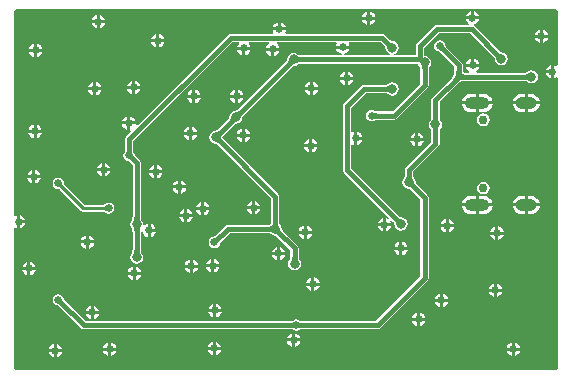
<source format=gbl>
G04*
G04 #@! TF.GenerationSoftware,Altium Limited,Altium Designer,20.0.13 (296)*
G04*
G04 Layer_Physical_Order=2*
G04 Layer_Color=16711680*
%FSLAX44Y44*%
%MOMM*%
G71*
G01*
G75*
%ADD13C,0.2540*%
%ADD121C,0.3810*%
%ADD123O,2.0987X1.0000*%
%ADD124O,1.7987X1.0000*%
%ADD125C,0.7500*%
%ADD126C,0.6400*%
%ADD127C,0.8000*%
G36*
X460250Y307936D02*
Y307905D01*
X461362Y307684D01*
X462304Y307054D01*
X462934Y306112D01*
X463155Y305000D01*
X463186D01*
Y260049D01*
X461916Y259371D01*
X460740Y260157D01*
X459770Y260350D01*
Y254750D01*
Y249150D01*
X460740Y249343D01*
X461916Y250129D01*
X463186Y249450D01*
Y5000D01*
X463155D01*
X462934Y3888D01*
X462304Y2946D01*
X461362Y2316D01*
X460250Y2095D01*
Y2064D01*
X460250Y2064D01*
X5250D01*
X5250Y2064D01*
Y2095D01*
X4138Y2316D01*
X3196Y2946D01*
X2566Y3888D01*
X2345Y5000D01*
X2314D01*
X2314Y5000D01*
Y122116D01*
X3584Y122795D01*
X4260Y122343D01*
X5230Y122150D01*
Y127750D01*
Y133350D01*
X4260Y133157D01*
X3584Y132705D01*
X2314Y133384D01*
Y305000D01*
X2314Y305000D01*
X2345D01*
X2566Y306112D01*
X3196Y307054D01*
X4138Y307684D01*
X5250Y307905D01*
Y307936D01*
X5250Y307936D01*
X460250D01*
X460250Y307936D01*
D02*
G37*
%LPC*%
G36*
X392020Y305850D02*
Y301520D01*
X396350D01*
X396157Y302490D01*
X394888Y304388D01*
X392990Y305657D01*
X392020Y305850D01*
D02*
G37*
G36*
X389480D02*
X388510Y305657D01*
X386612Y304388D01*
X385343Y302490D01*
X385150Y301520D01*
X389480D01*
Y305850D01*
D02*
G37*
G36*
X304270Y305600D02*
Y301270D01*
X308600D01*
X308407Y302240D01*
X307138Y304138D01*
X305240Y305407D01*
X304270Y305600D01*
D02*
G37*
G36*
X301730D02*
X300760Y305407D01*
X298862Y304138D01*
X297593Y302240D01*
X297400Y301270D01*
X301730D01*
Y305600D01*
D02*
G37*
G36*
X75270Y302600D02*
Y298270D01*
X79600D01*
X79407Y299240D01*
X78138Y301138D01*
X76240Y302407D01*
X75270Y302600D01*
D02*
G37*
G36*
X72730D02*
X71760Y302407D01*
X69862Y301138D01*
X68593Y299240D01*
X68400Y298270D01*
X72730D01*
Y302600D01*
D02*
G37*
G36*
X308600Y298730D02*
X304270D01*
Y294400D01*
X305240Y294593D01*
X307138Y295862D01*
X308407Y297760D01*
X308600Y298730D01*
D02*
G37*
G36*
X301730D02*
X297400D01*
X297593Y297760D01*
X298862Y295862D01*
X300760Y294593D01*
X301730Y294400D01*
Y298730D01*
D02*
G37*
G36*
X396350Y298980D02*
X385150D01*
X385343Y298010D01*
X386612Y296112D01*
X387877Y295266D01*
X387492Y293996D01*
X361000D01*
X361000Y293996D01*
X359662Y293730D01*
X358528Y292972D01*
X344144Y278588D01*
X343386Y277454D01*
X343120Y276116D01*
Y268496D01*
X324878D01*
X324753Y269766D01*
X324905Y269797D01*
X326733Y271017D01*
X327953Y272845D01*
X328382Y275000D01*
X327953Y277155D01*
X326733Y278983D01*
X324905Y280203D01*
X322881Y280606D01*
X322795Y280647D01*
X322638Y280655D01*
X322562Y280668D01*
X322460Y280697D01*
X322331Y280748D01*
X322175Y280825D01*
X321995Y280933D01*
X321811Y281060D01*
X321318Y281470D01*
X321054Y281722D01*
X320920Y281774D01*
X316972Y285722D01*
X315838Y286480D01*
X314500Y286746D01*
X232825D01*
X232227Y287866D01*
X232657Y288510D01*
X232850Y289480D01*
X221650D01*
X221843Y288510D01*
X222273Y287866D01*
X221675Y286746D01*
X186000D01*
X184662Y286480D01*
X183528Y285722D01*
X183528Y285722D01*
X106758Y208952D01*
X106447Y208986D01*
X105719Y209980D01*
X101020D01*
Y205281D01*
X102014Y204553D01*
X102048Y204242D01*
X97528Y199722D01*
X96770Y198588D01*
X96504Y197250D01*
Y188394D01*
X96446Y188257D01*
X96442Y187924D01*
X96419Y187377D01*
X96377Y186984D01*
X96361Y186892D01*
X96354Y186866D01*
X96353Y186863D01*
X96353Y186860D01*
X96349Y186846D01*
X96324Y186775D01*
X96325Y186753D01*
X95550Y185593D01*
X95183Y183750D01*
X95550Y181907D01*
X96594Y180344D01*
X98157Y179300D01*
X99525Y179028D01*
X99540Y179012D01*
X99607Y178979D01*
X99621Y178972D01*
X99623Y178969D01*
X99625Y178969D01*
X99649Y178955D01*
X99702Y178918D01*
X100452Y178267D01*
X100673Y178050D01*
X100811Y177994D01*
X103004Y175802D01*
Y131334D01*
X102946Y131202D01*
X102938Y130816D01*
X102916Y130500D01*
X102883Y130221D01*
X102839Y129979D01*
X102787Y129776D01*
X102732Y129611D01*
X102676Y129483D01*
X102625Y129391D01*
X102580Y129328D01*
X102475Y129212D01*
X102443Y129122D01*
X101297Y127405D01*
X100868Y125250D01*
X101297Y123095D01*
X102443Y121378D01*
X102475Y121288D01*
X102580Y121172D01*
X102625Y121109D01*
X102676Y121017D01*
X102732Y120889D01*
X102787Y120724D01*
X102839Y120521D01*
X102879Y120301D01*
X102938Y119663D01*
X102946Y119298D01*
X103004Y119166D01*
Y103584D01*
X102946Y103452D01*
X102938Y103066D01*
X102916Y102750D01*
X102883Y102471D01*
X102839Y102229D01*
X102787Y102026D01*
X102732Y101861D01*
X102676Y101733D01*
X102625Y101641D01*
X102580Y101578D01*
X102475Y101462D01*
X102443Y101372D01*
X101297Y99655D01*
X100868Y97500D01*
X101297Y95345D01*
X102517Y93517D01*
X104345Y92296D01*
X106500Y91868D01*
X108655Y92296D01*
X110483Y93517D01*
X111704Y95345D01*
X112132Y97500D01*
X111704Y99655D01*
X110557Y101372D01*
X110525Y101462D01*
X110420Y101578D01*
X110375Y101641D01*
X110324Y101733D01*
X110268Y101861D01*
X110213Y102026D01*
X110161Y102229D01*
X110121Y102449D01*
X110062Y103087D01*
X110054Y103452D01*
X109996Y103584D01*
Y119166D01*
X110054Y119298D01*
X111326Y119354D01*
X111593Y118010D01*
X112862Y116112D01*
X114760Y114843D01*
X115730Y114650D01*
Y120250D01*
Y125850D01*
X114760Y125657D01*
X113316Y124692D01*
X112612Y125024D01*
X112108Y125372D01*
X111704Y127405D01*
X110557Y129122D01*
X110525Y129212D01*
X110420Y129328D01*
X110375Y129391D01*
X110324Y129483D01*
X110268Y129611D01*
X110213Y129776D01*
X110161Y129979D01*
X110121Y130199D01*
X110062Y130837D01*
X110054Y131202D01*
X109996Y131334D01*
Y177250D01*
X109730Y178588D01*
X108972Y179722D01*
X108972Y179722D01*
X105756Y182939D01*
X105700Y183077D01*
X105467Y183314D01*
X105097Y183718D01*
X104849Y184025D01*
X104795Y184102D01*
X104781Y184125D01*
X104781Y184127D01*
X104778Y184130D01*
X104771Y184142D01*
X104738Y184210D01*
X104722Y184225D01*
X104450Y185593D01*
X103675Y186753D01*
X103676Y186775D01*
X103651Y186846D01*
X103647Y186860D01*
X103647Y186863D01*
X103646Y186866D01*
X103639Y186892D01*
X103628Y186956D01*
X103557Y187947D01*
X103554Y188257D01*
X103496Y188394D01*
Y195802D01*
X187448Y279754D01*
X192869D01*
X193255Y278484D01*
X193112Y278388D01*
X191843Y276490D01*
X191650Y275520D01*
X202850D01*
X202657Y276490D01*
X201388Y278388D01*
X201245Y278484D01*
X201631Y279754D01*
X218492D01*
X218877Y278484D01*
X217612Y277638D01*
X216343Y275740D01*
X216150Y274770D01*
X227350D01*
X227157Y275740D01*
X225888Y277638D01*
X224623Y278484D01*
X225008Y279754D01*
X275411D01*
X276090Y278484D01*
X275593Y277740D01*
X275400Y276770D01*
X286600D01*
X286407Y277740D01*
X285910Y278484D01*
X286588Y279754D01*
X313052D01*
X315976Y276830D01*
X316028Y276696D01*
X316295Y276417D01*
X316503Y276179D01*
X316677Y275957D01*
X316817Y275755D01*
X316925Y275575D01*
X317002Y275419D01*
X317053Y275290D01*
X317082Y275188D01*
X317095Y275112D01*
X317103Y274955D01*
X317144Y274869D01*
X317547Y272845D01*
X318767Y271017D01*
X320595Y269797D01*
X320747Y269766D01*
X320622Y268496D01*
X282558D01*
X281638Y269342D01*
X281638Y269343D01*
X281638D01*
X281596Y269766D01*
X281628Y269772D01*
X283240Y270093D01*
X285138Y271362D01*
X286407Y273260D01*
X286600Y274230D01*
X275400D01*
X275593Y273260D01*
X276862Y271362D01*
X278760Y270093D01*
X280372Y269772D01*
X280404Y269766D01*
X280362Y269343D01*
X280362D01*
X280362Y269342D01*
X279442Y268496D01*
X245584D01*
X245452Y268554D01*
X245066Y268562D01*
X244750Y268584D01*
X244471Y268617D01*
X244229Y268661D01*
X244026Y268713D01*
X243861Y268768D01*
X243733Y268824D01*
X243641Y268875D01*
X243578Y268920D01*
X243462Y269025D01*
X243372Y269057D01*
X241655Y270203D01*
X239500Y270632D01*
X237345Y270203D01*
X235517Y268983D01*
X234296Y267155D01*
X233905Y265188D01*
X233853Y265081D01*
X233844Y264923D01*
X233831Y264846D01*
X233801Y264743D01*
X233749Y264613D01*
X233671Y264456D01*
X233562Y264275D01*
X233434Y264091D01*
X233023Y263596D01*
X232770Y263333D01*
X232718Y263198D01*
X192286Y222766D01*
X192151Y222714D01*
X191873Y222447D01*
X191635Y222239D01*
X191414Y222066D01*
X191213Y221927D01*
X191034Y221821D01*
X190879Y221745D01*
X190751Y221695D01*
X190650Y221667D01*
X190575Y221654D01*
X190418Y221647D01*
X190356Y221618D01*
X188272Y221203D01*
X186445Y219983D01*
X185224Y218155D01*
X184822Y216131D01*
X184781Y216045D01*
X184772Y215888D01*
X184760Y215812D01*
X184730Y215710D01*
X184680Y215581D01*
X184602Y215425D01*
X184495Y215245D01*
X184368Y215061D01*
X183958Y214568D01*
X183706Y214304D01*
X183653Y214170D01*
X175330Y205847D01*
X175196Y205794D01*
X174917Y205527D01*
X174679Y205319D01*
X174457Y205145D01*
X174255Y205005D01*
X174075Y204898D01*
X173919Y204820D01*
X173790Y204769D01*
X173688Y204741D01*
X173612Y204728D01*
X173455Y204720D01*
X173369Y204678D01*
X171345Y204276D01*
X169517Y203055D01*
X168297Y201228D01*
X167868Y199072D01*
X168297Y196917D01*
X169517Y195090D01*
X171345Y193869D01*
X173369Y193466D01*
X173455Y193425D01*
X173612Y193417D01*
X173688Y193404D01*
X173790Y193375D01*
X173919Y193325D01*
X174075Y193247D01*
X174255Y193140D01*
X174439Y193012D01*
X174932Y192603D01*
X175196Y192350D01*
X175330Y192298D01*
X220263Y147365D01*
Y127575D01*
X220205Y127443D01*
X220197Y127057D01*
X220176Y126741D01*
X220142Y126462D01*
X220098Y126220D01*
X220047Y126016D01*
X219991Y125851D01*
X219936Y125724D01*
X219884Y125631D01*
X219840Y125569D01*
X219765Y125485D01*
X219681Y125410D01*
X219619Y125366D01*
X219526Y125314D01*
X219398Y125259D01*
X219234Y125203D01*
X219031Y125152D01*
X218811Y125112D01*
X218172Y125052D01*
X217808Y125045D01*
X217675Y124987D01*
X183741D01*
X183741Y124987D01*
X182403Y124721D01*
X181268Y123963D01*
X173061Y115756D01*
X172923Y115700D01*
X172686Y115467D01*
X172282Y115097D01*
X171975Y114849D01*
X171898Y114795D01*
X171875Y114781D01*
X171873Y114781D01*
X171870Y114778D01*
X171857Y114771D01*
X171790Y114738D01*
X171775Y114722D01*
X170407Y114450D01*
X168844Y113406D01*
X167800Y111843D01*
X167433Y110000D01*
X167800Y108157D01*
X168844Y106594D01*
X170407Y105550D01*
X172250Y105183D01*
X174093Y105550D01*
X175656Y106594D01*
X176700Y108157D01*
X176972Y109525D01*
X176988Y109540D01*
X177021Y109607D01*
X177029Y109621D01*
X177031Y109623D01*
X177031Y109625D01*
X177045Y109649D01*
X177082Y109702D01*
X177733Y110452D01*
X177950Y110673D01*
X178006Y110811D01*
X185189Y117994D01*
X217675D01*
X217807Y117936D01*
X218193Y117928D01*
X218509Y117907D01*
X218788Y117873D01*
X219031Y117829D01*
X219234Y117778D01*
X219399Y117723D01*
X219526Y117667D01*
X219619Y117615D01*
X219681Y117571D01*
X219798Y117466D01*
X219888Y117434D01*
X221604Y116287D01*
X223628Y115884D01*
X223715Y115843D01*
X223872Y115835D01*
X223948Y115822D01*
X224049Y115793D01*
X224179Y115743D01*
X224335Y115665D01*
X224514Y115558D01*
X224698Y115430D01*
X225192Y115021D01*
X225455Y114768D01*
X225590Y114716D01*
X236696Y103609D01*
Y98046D01*
X236639Y97914D01*
X236630Y97528D01*
X236609Y97212D01*
X236575Y96933D01*
X236531Y96691D01*
X236480Y96488D01*
X236425Y96323D01*
X236369Y96195D01*
X236318Y96103D01*
X236273Y96040D01*
X236168Y95923D01*
X236136Y95833D01*
X234989Y94117D01*
X234561Y91962D01*
X234989Y89806D01*
X236210Y87979D01*
X238037Y86758D01*
X240193Y86329D01*
X242348Y86758D01*
X244175Y87979D01*
X245396Y89806D01*
X245825Y91962D01*
X245396Y94117D01*
X244249Y95833D01*
X244217Y95923D01*
X244112Y96040D01*
X244068Y96103D01*
X244016Y96195D01*
X243961Y96323D01*
X243905Y96487D01*
X243854Y96691D01*
X243814Y96911D01*
X243755Y97549D01*
X243747Y97914D01*
X243689Y98046D01*
Y105057D01*
X243423Y106395D01*
X242665Y107529D01*
X230534Y119661D01*
X230481Y119795D01*
X230215Y120073D01*
X230006Y120312D01*
X229832Y120533D01*
X229692Y120736D01*
X229585Y120915D01*
X229508Y121071D01*
X229457Y121201D01*
X229428Y121302D01*
X229415Y121378D01*
X229407Y121535D01*
X229366Y121622D01*
X228963Y123646D01*
X227816Y125362D01*
X227784Y125452D01*
X227679Y125569D01*
X227635Y125631D01*
X227583Y125724D01*
X227528Y125851D01*
X227472Y126016D01*
X227421Y126220D01*
X227381Y126440D01*
X227321Y127078D01*
X227314Y127443D01*
X227256Y127575D01*
Y148813D01*
X226990Y150151D01*
X226232Y151285D01*
X180274Y197242D01*
X180222Y197377D01*
X179955Y197655D01*
X179747Y197894D01*
X179573Y198115D01*
X179433Y198317D01*
X179325Y198497D01*
X179248Y198653D01*
X179197Y198782D01*
X179168Y198884D01*
X179155Y198960D01*
X179149Y199072D01*
X179155Y199184D01*
X179168Y199260D01*
X179197Y199362D01*
X179248Y199491D01*
X179325Y199647D01*
X179433Y199827D01*
X179560Y200011D01*
X179970Y200505D01*
X180222Y200768D01*
X180274Y200902D01*
X188598Y209226D01*
X188732Y209278D01*
X189010Y209545D01*
X189249Y209753D01*
X189471Y209927D01*
X189673Y210067D01*
X189853Y210175D01*
X190009Y210252D01*
X190138Y210303D01*
X190240Y210332D01*
X190316Y210345D01*
X190473Y210353D01*
X190559Y210394D01*
X192583Y210797D01*
X194410Y212017D01*
X195631Y213845D01*
X196022Y215812D01*
X196075Y215919D01*
X196084Y216077D01*
X196097Y216154D01*
X196127Y216257D01*
X196179Y216387D01*
X196257Y216544D01*
X196366Y216725D01*
X196494Y216909D01*
X196905Y217404D01*
X197158Y217667D01*
X197210Y217802D01*
X237642Y258234D01*
X237777Y258286D01*
X238055Y258553D01*
X238293Y258761D01*
X238514Y258934D01*
X238715Y259073D01*
X238894Y259179D01*
X239049Y259255D01*
X239177Y259305D01*
X239278Y259333D01*
X239353Y259346D01*
X239509Y259353D01*
X239572Y259382D01*
X241655Y259797D01*
X243372Y260943D01*
X243462Y260975D01*
X243578Y261080D01*
X243641Y261125D01*
X243733Y261176D01*
X243861Y261232D01*
X244026Y261287D01*
X244229Y261339D01*
X244449Y261379D01*
X245087Y261438D01*
X245452Y261446D01*
X245584Y261504D01*
X344816D01*
X345047Y260345D01*
X346193Y258628D01*
X346225Y258538D01*
X346330Y258422D01*
X346375Y258359D01*
X346426Y258267D01*
X346482Y258139D01*
X346537Y257974D01*
X346589Y257771D01*
X346629Y257551D01*
X346688Y256913D01*
X346696Y256548D01*
X346754Y256416D01*
Y244448D01*
X323302Y220996D01*
X310144D01*
X310007Y221054D01*
X309674Y221058D01*
X309127Y221081D01*
X308734Y221123D01*
X308642Y221139D01*
X308615Y221146D01*
X308613Y221147D01*
X308610Y221147D01*
X308596Y221151D01*
X308525Y221176D01*
X308503Y221175D01*
X307343Y221950D01*
X305500Y222316D01*
X303657Y221950D01*
X302094Y220906D01*
X301050Y219343D01*
X300683Y217500D01*
X301050Y215657D01*
X302094Y214094D01*
X303657Y213050D01*
X305500Y212683D01*
X307343Y213050D01*
X308503Y213825D01*
X308525Y213824D01*
X308596Y213849D01*
X308610Y213853D01*
X308613Y213853D01*
X308615Y213854D01*
X308642Y213861D01*
X308706Y213872D01*
X309697Y213943D01*
X310007Y213946D01*
X310144Y214004D01*
X324750D01*
X326088Y214270D01*
X327222Y215028D01*
X352722Y240528D01*
X353480Y241662D01*
X353746Y243000D01*
X353746Y243000D01*
Y256416D01*
X353804Y256548D01*
X353812Y256934D01*
X353834Y257250D01*
X353867Y257529D01*
X353911Y257771D01*
X353963Y257974D01*
X354018Y258139D01*
X354074Y258267D01*
X354125Y258359D01*
X354170Y258422D01*
X354275Y258538D01*
X354307Y258628D01*
X355453Y260345D01*
X355882Y262500D01*
X355453Y264655D01*
X354233Y266483D01*
X352405Y267703D01*
X350250Y268132D01*
X350112Y268245D01*
Y274668D01*
X362448Y287004D01*
X388802D01*
X408476Y267330D01*
X408528Y267196D01*
X408795Y266917D01*
X409003Y266679D01*
X409177Y266457D01*
X409317Y266255D01*
X409425Y266075D01*
X409502Y265919D01*
X409553Y265790D01*
X409582Y265688D01*
X409595Y265612D01*
X409603Y265455D01*
X409644Y265369D01*
X410047Y263345D01*
X411267Y261517D01*
X413095Y260296D01*
X415250Y259868D01*
X417405Y260296D01*
X419233Y261517D01*
X420453Y263345D01*
X420882Y265500D01*
X420453Y267655D01*
X419233Y269483D01*
X417405Y270704D01*
X415381Y271106D01*
X415295Y271147D01*
X415138Y271155D01*
X415062Y271168D01*
X414960Y271197D01*
X414831Y271248D01*
X414675Y271325D01*
X414495Y271433D01*
X414311Y271560D01*
X413818Y271970D01*
X413554Y272222D01*
X413420Y272274D01*
X392722Y292972D01*
X392119Y293375D01*
X392387Y294723D01*
X392990Y294843D01*
X394888Y296112D01*
X396157Y298010D01*
X396350Y298980D01*
D02*
G37*
G36*
X228520Y296350D02*
Y292020D01*
X232850D01*
X232657Y292990D01*
X231388Y294888D01*
X229490Y296157D01*
X228520Y296350D01*
D02*
G37*
G36*
X225980D02*
X225010Y296157D01*
X223112Y294888D01*
X221843Y292990D01*
X221650Y292020D01*
X225980D01*
Y296350D01*
D02*
G37*
G36*
X79600Y295730D02*
X75270D01*
Y291400D01*
X76240Y291593D01*
X78138Y292862D01*
X79407Y294760D01*
X79600Y295730D01*
D02*
G37*
G36*
X72730D02*
X68400D01*
X68593Y294760D01*
X69862Y292862D01*
X71760Y291593D01*
X72730Y291400D01*
Y295730D01*
D02*
G37*
G36*
X450520Y290350D02*
Y286020D01*
X454850D01*
X454657Y286990D01*
X453388Y288888D01*
X451490Y290157D01*
X450520Y290350D01*
D02*
G37*
G36*
X447980D02*
X447010Y290157D01*
X445112Y288888D01*
X443843Y286990D01*
X443650Y286020D01*
X447980D01*
Y290350D01*
D02*
G37*
G36*
X125520Y286350D02*
Y282020D01*
X129850D01*
X129657Y282990D01*
X128388Y284888D01*
X126490Y286157D01*
X125520Y286350D01*
D02*
G37*
G36*
X122980D02*
X122010Y286157D01*
X120112Y284888D01*
X118843Y282990D01*
X118650Y282020D01*
X122980D01*
Y286350D01*
D02*
G37*
G36*
X454850Y283480D02*
X450520D01*
Y279150D01*
X451490Y279343D01*
X453388Y280612D01*
X454657Y282510D01*
X454850Y283480D01*
D02*
G37*
G36*
X447980D02*
X443650D01*
X443843Y282510D01*
X445112Y280612D01*
X447010Y279343D01*
X447980Y279150D01*
Y283480D01*
D02*
G37*
G36*
X129850Y279480D02*
X125520D01*
Y275150D01*
X126490Y275343D01*
X128388Y276612D01*
X129657Y278510D01*
X129850Y279480D01*
D02*
G37*
G36*
X122980D02*
X118650D01*
X118843Y278510D01*
X120112Y276612D01*
X122010Y275343D01*
X122980Y275150D01*
Y279480D01*
D02*
G37*
G36*
X22270Y278350D02*
Y274020D01*
X26600D01*
X26407Y274990D01*
X25138Y276888D01*
X23240Y278157D01*
X22270Y278350D01*
D02*
G37*
G36*
X19730D02*
X18760Y278157D01*
X16862Y276888D01*
X15593Y274990D01*
X15400Y274020D01*
X19730D01*
Y278350D01*
D02*
G37*
G36*
X202850Y272980D02*
X198520D01*
Y268650D01*
X199490Y268843D01*
X201388Y270112D01*
X202657Y272010D01*
X202850Y272980D01*
D02*
G37*
G36*
X195980D02*
X191650D01*
X191843Y272010D01*
X193112Y270112D01*
X195010Y268843D01*
X195980Y268650D01*
Y272980D01*
D02*
G37*
G36*
X227350Y272230D02*
X223020D01*
Y267900D01*
X223990Y268093D01*
X225888Y269362D01*
X227157Y271260D01*
X227350Y272230D01*
D02*
G37*
G36*
X220480D02*
X216150D01*
X216343Y271260D01*
X217612Y269362D01*
X219510Y268093D01*
X220480Y267900D01*
Y272230D01*
D02*
G37*
G36*
X26600Y271480D02*
X22270D01*
Y267150D01*
X23240Y267343D01*
X25138Y268612D01*
X26407Y270510D01*
X26600Y271480D01*
D02*
G37*
G36*
X19730D02*
X15400D01*
X15593Y270510D01*
X16862Y268612D01*
X18760Y267343D01*
X19730Y267150D01*
Y271480D01*
D02*
G37*
G36*
X392270Y265600D02*
Y261270D01*
X396600D01*
X396407Y262240D01*
X395138Y264138D01*
X393240Y265407D01*
X392270Y265600D01*
D02*
G37*
G36*
X389730D02*
X388760Y265407D01*
X386862Y264138D01*
X385593Y262240D01*
X385400Y261270D01*
X389730D01*
Y265600D01*
D02*
G37*
G36*
X457230Y260350D02*
X456260Y260157D01*
X454362Y258888D01*
X453093Y256990D01*
X452900Y256020D01*
X457230D01*
Y260350D01*
D02*
G37*
G36*
X285520Y254600D02*
Y250270D01*
X289850D01*
X289657Y251240D01*
X288388Y253138D01*
X286490Y254407D01*
X285520Y254600D01*
D02*
G37*
G36*
X282980D02*
X282010Y254407D01*
X280112Y253138D01*
X278843Y251240D01*
X278650Y250270D01*
X282980D01*
Y254600D01*
D02*
G37*
G36*
X457230Y253480D02*
X452900D01*
X453093Y252510D01*
X454362Y250612D01*
X456260Y249343D01*
X457230Y249150D01*
Y253480D01*
D02*
G37*
G36*
X363000Y281317D02*
X361157Y280950D01*
X359594Y279906D01*
X358550Y278343D01*
X358184Y276500D01*
X358550Y274657D01*
X359594Y273094D01*
X361157Y272050D01*
X362525Y271778D01*
X362540Y271762D01*
X362607Y271729D01*
X362621Y271721D01*
X362623Y271719D01*
X362625Y271719D01*
X362649Y271705D01*
X362702Y271668D01*
X363452Y271017D01*
X363673Y270800D01*
X363811Y270744D01*
X375504Y259052D01*
Y255034D01*
X375447Y254908D01*
X375422Y254219D01*
X375355Y253616D01*
X375245Y253038D01*
X375092Y252484D01*
X374896Y251950D01*
X374657Y251434D01*
X374373Y250934D01*
X374043Y250448D01*
X373663Y249974D01*
X373193Y249469D01*
X373145Y249340D01*
X357028Y233222D01*
X356270Y232088D01*
X356004Y230750D01*
Y216084D01*
X355946Y215952D01*
X355938Y215566D01*
X355916Y215250D01*
X355883Y214971D01*
X355839Y214729D01*
X355787Y214526D01*
X355732Y214361D01*
X355676Y214233D01*
X355625Y214141D01*
X355580Y214078D01*
X355475Y213962D01*
X355443Y213872D01*
X354296Y212155D01*
X353868Y210000D01*
X354296Y207845D01*
X355443Y206128D01*
X355475Y206038D01*
X355580Y205922D01*
X355625Y205859D01*
X355676Y205767D01*
X355732Y205639D01*
X355787Y205474D01*
X355839Y205271D01*
X355879Y205051D01*
X355938Y204413D01*
X355946Y204048D01*
X356004Y203916D01*
Y195198D01*
X334543Y173737D01*
X333785Y172603D01*
X333519Y171265D01*
Y167084D01*
X333461Y166952D01*
X333452Y166566D01*
X333431Y166250D01*
X333397Y165971D01*
X333354Y165729D01*
X333302Y165526D01*
X333247Y165361D01*
X333191Y165233D01*
X333140Y165141D01*
X333095Y165078D01*
X332990Y164962D01*
X332958Y164872D01*
X331811Y163155D01*
X331383Y161000D01*
X331811Y158845D01*
X333032Y157017D01*
X334860Y155797D01*
X336884Y155394D01*
X336970Y155353D01*
X337127Y155345D01*
X337203Y155332D01*
X337305Y155303D01*
X337434Y155252D01*
X337590Y155175D01*
X337770Y155067D01*
X337954Y154940D01*
X338447Y154530D01*
X338710Y154278D01*
X338845Y154226D01*
X346754Y146317D01*
Y81198D01*
X309052Y43496D01*
X246394D01*
X246257Y43555D01*
X245924Y43558D01*
X245377Y43581D01*
X244984Y43623D01*
X244892Y43639D01*
X244865Y43646D01*
X244863Y43647D01*
X244860Y43647D01*
X244846Y43651D01*
X244775Y43676D01*
X244753Y43675D01*
X243593Y44450D01*
X241750Y44816D01*
X239907Y44450D01*
X238747Y43675D01*
X238725Y43676D01*
X238654Y43651D01*
X238640Y43647D01*
X238637Y43647D01*
X238634Y43646D01*
X238608Y43639D01*
X238544Y43628D01*
X237553Y43557D01*
X237243Y43555D01*
X237106Y43496D01*
X63198D01*
X46006Y60689D01*
X45950Y60827D01*
X45717Y61064D01*
X45347Y61468D01*
X45099Y61775D01*
X45045Y61852D01*
X45031Y61875D01*
X45030Y61877D01*
X45029Y61880D01*
X45021Y61892D01*
X44988Y61960D01*
X44972Y61975D01*
X44700Y63343D01*
X43656Y64906D01*
X42093Y65950D01*
X40250Y66317D01*
X38407Y65950D01*
X36844Y64906D01*
X35800Y63343D01*
X35433Y61500D01*
X35800Y59657D01*
X36844Y58094D01*
X38407Y57050D01*
X39775Y56778D01*
X39790Y56762D01*
X39857Y56729D01*
X39871Y56722D01*
X39873Y56719D01*
X39875Y56719D01*
X39899Y56705D01*
X39952Y56668D01*
X40703Y56017D01*
X40923Y55800D01*
X41061Y55744D01*
X59278Y37528D01*
X60412Y36770D01*
X61750Y36504D01*
X237106D01*
X237243Y36446D01*
X237576Y36442D01*
X238123Y36419D01*
X238516Y36377D01*
X238608Y36361D01*
X238634Y36354D01*
X238637Y36353D01*
X238640Y36353D01*
X238654Y36349D01*
X238725Y36324D01*
X238747Y36325D01*
X239907Y35550D01*
X241750Y35183D01*
X243593Y35550D01*
X244753Y36325D01*
X244775Y36324D01*
X244846Y36349D01*
X244860Y36353D01*
X244863Y36353D01*
X244865Y36354D01*
X244892Y36361D01*
X244956Y36372D01*
X245947Y36443D01*
X246257Y36446D01*
X246394Y36504D01*
X310500D01*
X311838Y36770D01*
X312972Y37528D01*
X352722Y77278D01*
X353480Y78412D01*
X353746Y79750D01*
Y147765D01*
X353480Y149103D01*
X352722Y150237D01*
X352722Y150237D01*
X343789Y159170D01*
X343737Y159305D01*
X343470Y159583D01*
X343262Y159821D01*
X343088Y160043D01*
X342948Y160245D01*
X342840Y160425D01*
X342763Y160581D01*
X342712Y160710D01*
X342683Y160812D01*
X342670Y160888D01*
X342662Y161045D01*
X342621Y161131D01*
X342218Y163155D01*
X341072Y164872D01*
X341040Y164962D01*
X340935Y165078D01*
X340890Y165141D01*
X340838Y165233D01*
X340783Y165361D01*
X340728Y165526D01*
X340676Y165729D01*
X340636Y165949D01*
X340577Y166588D01*
X340569Y166952D01*
X340511Y167084D01*
Y169817D01*
X361972Y191278D01*
X362730Y192412D01*
X362996Y193750D01*
X362996Y193750D01*
Y203916D01*
X363054Y204048D01*
X363062Y204434D01*
X363084Y204750D01*
X363117Y205029D01*
X363161Y205271D01*
X363213Y205474D01*
X363268Y205639D01*
X363324Y205767D01*
X363375Y205859D01*
X363420Y205922D01*
X363525Y206038D01*
X363557Y206128D01*
X364703Y207845D01*
X365132Y210000D01*
X364703Y212155D01*
X363557Y213872D01*
X363525Y213962D01*
X363420Y214078D01*
X363375Y214141D01*
X363324Y214233D01*
X363268Y214361D01*
X363213Y214526D01*
X363161Y214729D01*
X363121Y214949D01*
X363062Y215587D01*
X363054Y215952D01*
X362996Y216084D01*
Y229302D01*
X378090Y244395D01*
X378219Y244443D01*
X378724Y244913D01*
X379198Y245293D01*
X379684Y245623D01*
X380184Y245907D01*
X380700Y246146D01*
X381233Y246342D01*
X381788Y246495D01*
X382366Y246605D01*
X382969Y246672D01*
X383658Y246696D01*
X383784Y246754D01*
X434666D01*
X434798Y246696D01*
X435184Y246688D01*
X435500Y246666D01*
X435779Y246633D01*
X436021Y246589D01*
X436224Y246537D01*
X436389Y246482D01*
X436517Y246426D01*
X436609Y246375D01*
X436672Y246330D01*
X436788Y246225D01*
X436878Y246193D01*
X438595Y245047D01*
X440750Y244618D01*
X442905Y245047D01*
X444733Y246267D01*
X445953Y248095D01*
X446382Y250250D01*
X445953Y252405D01*
X444733Y254233D01*
X442905Y255453D01*
X440750Y255882D01*
X438595Y255453D01*
X436878Y254307D01*
X436788Y254275D01*
X436672Y254170D01*
X436609Y254125D01*
X436517Y254074D01*
X436389Y254018D01*
X436224Y253963D01*
X436021Y253911D01*
X435801Y253871D01*
X435163Y253812D01*
X434798Y253804D01*
X434666Y253746D01*
X394258D01*
X393873Y255016D01*
X395138Y255862D01*
X396407Y257760D01*
X396600Y258730D01*
X385400D01*
X385593Y257760D01*
X386862Y255862D01*
X388127Y255016D01*
X387742Y253746D01*
X384919D01*
X384802Y253802D01*
X384179Y253835D01*
X383750Y253911D01*
X383429Y254018D01*
X383198Y254142D01*
X383030Y254280D01*
X382892Y254448D01*
X382768Y254679D01*
X382661Y255000D01*
X382585Y255429D01*
X382552Y256052D01*
X382496Y256169D01*
Y260500D01*
X382230Y261838D01*
X381472Y262972D01*
X381472Y262972D01*
X368756Y275689D01*
X368700Y275827D01*
X368467Y276064D01*
X368097Y276468D01*
X367849Y276775D01*
X367795Y276852D01*
X367781Y276875D01*
X367780Y276877D01*
X367779Y276880D01*
X367771Y276893D01*
X367738Y276960D01*
X367722Y276975D01*
X367450Y278343D01*
X366406Y279906D01*
X364843Y280950D01*
X363000Y281317D01*
D02*
G37*
G36*
X322750Y245632D02*
X320595Y245203D01*
X318878Y244057D01*
X318788Y244025D01*
X318672Y243920D01*
X318609Y243875D01*
X318517Y243824D01*
X318389Y243768D01*
X318224Y243713D01*
X318021Y243661D01*
X317801Y243621D01*
X317163Y243562D01*
X316798Y243554D01*
X316666Y243496D01*
X299250D01*
X299250Y243496D01*
X297912Y243230D01*
X296778Y242472D01*
X296778Y242472D01*
X282028Y227722D01*
X281270Y226588D01*
X281004Y225250D01*
Y171500D01*
X281270Y170162D01*
X282028Y169028D01*
X320393Y130662D01*
X319584Y129676D01*
X318490Y130407D01*
X317520Y130600D01*
Y126270D01*
X321850D01*
X321657Y127240D01*
X320926Y128334D01*
X321912Y129143D01*
X323476Y127580D01*
X323528Y127446D01*
X323795Y127167D01*
X324003Y126929D01*
X324177Y126707D01*
X324317Y126505D01*
X324425Y126325D01*
X324502Y126169D01*
X324553Y126040D01*
X324582Y125938D01*
X324595Y125862D01*
X324603Y125705D01*
X324644Y125619D01*
X325047Y123595D01*
X326267Y121767D01*
X328095Y120547D01*
X330250Y120118D01*
X332405Y120547D01*
X334233Y121767D01*
X335453Y123595D01*
X335882Y125750D01*
X335453Y127905D01*
X334233Y129733D01*
X332405Y130954D01*
X330381Y131356D01*
X330295Y131397D01*
X330138Y131405D01*
X330062Y131418D01*
X329960Y131447D01*
X329831Y131498D01*
X329675Y131575D01*
X329495Y131683D01*
X329311Y131810D01*
X328818Y132220D01*
X328554Y132472D01*
X328420Y132524D01*
X287996Y172948D01*
Y192675D01*
X289116Y193274D01*
X289760Y192843D01*
X290730Y192650D01*
Y198250D01*
Y203850D01*
X289760Y203657D01*
X289116Y203227D01*
X287996Y203825D01*
Y223802D01*
X300698Y236504D01*
X316666D01*
X316798Y236446D01*
X317184Y236438D01*
X317500Y236416D01*
X317779Y236383D01*
X318021Y236339D01*
X318224Y236287D01*
X318389Y236232D01*
X318517Y236176D01*
X318609Y236125D01*
X318672Y236080D01*
X318788Y235975D01*
X318878Y235943D01*
X320595Y234797D01*
X322750Y234368D01*
X324905Y234797D01*
X326733Y236017D01*
X327953Y237845D01*
X328382Y240000D01*
X327953Y242155D01*
X326733Y243983D01*
X324905Y245203D01*
X322750Y245632D01*
D02*
G37*
G36*
X289850Y247730D02*
X285520D01*
Y243400D01*
X286490Y243593D01*
X288388Y244862D01*
X289657Y246760D01*
X289850Y247730D01*
D02*
G37*
G36*
X282980D02*
X278650D01*
X278843Y246760D01*
X280112Y244862D01*
X282010Y243593D01*
X282980Y243400D01*
Y247730D01*
D02*
G37*
G36*
X105270Y246850D02*
Y242520D01*
X109600D01*
X109407Y243490D01*
X108138Y245388D01*
X106240Y246657D01*
X105270Y246850D01*
D02*
G37*
G36*
X102730D02*
X101760Y246657D01*
X99862Y245388D01*
X98593Y243490D01*
X98400Y242520D01*
X102730D01*
Y246850D01*
D02*
G37*
G36*
X255770Y246100D02*
Y241770D01*
X260100D01*
X259907Y242740D01*
X258638Y244638D01*
X256740Y245907D01*
X255770Y246100D01*
D02*
G37*
G36*
X253230D02*
X252260Y245907D01*
X250362Y244638D01*
X249093Y242740D01*
X248900Y241770D01*
X253230D01*
Y246100D01*
D02*
G37*
G36*
X72270Y245850D02*
Y241520D01*
X76600D01*
X76407Y242490D01*
X75138Y244388D01*
X73240Y245657D01*
X72270Y245850D01*
D02*
G37*
G36*
X69730D02*
X68760Y245657D01*
X66862Y244388D01*
X65593Y242490D01*
X65400Y241520D01*
X69730D01*
Y245850D01*
D02*
G37*
G36*
X109600Y239980D02*
X105270D01*
Y235650D01*
X106240Y235843D01*
X108138Y237112D01*
X109407Y239010D01*
X109600Y239980D01*
D02*
G37*
G36*
X102730D02*
X98400D01*
X98593Y239010D01*
X99862Y237112D01*
X101760Y235843D01*
X102730Y235650D01*
Y239980D01*
D02*
G37*
G36*
X192520Y239350D02*
Y235020D01*
X196850D01*
X196657Y235990D01*
X195388Y237888D01*
X193490Y239157D01*
X192520Y239350D01*
D02*
G37*
G36*
X189980D02*
X189010Y239157D01*
X187112Y237888D01*
X185843Y235990D01*
X185650Y235020D01*
X189980D01*
Y239350D01*
D02*
G37*
G36*
X156270D02*
Y235020D01*
X160600D01*
X160407Y235990D01*
X159138Y237888D01*
X157240Y239157D01*
X156270Y239350D01*
D02*
G37*
G36*
X153730D02*
X152760Y239157D01*
X150862Y237888D01*
X149593Y235990D01*
X149400Y235020D01*
X153730D01*
Y239350D01*
D02*
G37*
G36*
X260100Y239230D02*
X255770D01*
Y234900D01*
X256740Y235093D01*
X258638Y236362D01*
X259907Y238260D01*
X260100Y239230D01*
D02*
G37*
G36*
X253230D02*
X248900D01*
X249093Y238260D01*
X250362Y236362D01*
X252260Y235093D01*
X253230Y234900D01*
Y239230D01*
D02*
G37*
G36*
X76600Y238980D02*
X72270D01*
Y234650D01*
X73240Y234843D01*
X75138Y236112D01*
X76407Y238010D01*
X76600Y238980D01*
D02*
G37*
G36*
X69730D02*
X65400D01*
X65593Y238010D01*
X66862Y236112D01*
X68760Y234843D01*
X69730Y234650D01*
Y238980D01*
D02*
G37*
G36*
X440369Y235806D02*
X437646D01*
Y229471D01*
X447807D01*
X447715Y230170D01*
X446955Y232004D01*
X445747Y233579D01*
X444172Y234787D01*
X442338Y235547D01*
X440369Y235806D01*
D02*
G37*
G36*
X435106D02*
X432382D01*
X430414Y235547D01*
X428580Y234787D01*
X427005Y233579D01*
X425796Y232004D01*
X425036Y230170D01*
X424944Y229471D01*
X435106D01*
Y235806D01*
D02*
G37*
G36*
X400369Y235805D02*
X396146D01*
Y229470D01*
X407807D01*
X407715Y230168D01*
X406956Y232002D01*
X405747Y233577D01*
X404172Y234786D01*
X402338Y235546D01*
X400369Y235805D01*
D02*
G37*
G36*
X393606D02*
X389382D01*
X387414Y235546D01*
X385579Y234786D01*
X384005Y233577D01*
X382796Y232002D01*
X382036Y230168D01*
X381944Y229470D01*
X393606D01*
Y235805D01*
D02*
G37*
G36*
X196850Y232480D02*
X192520D01*
Y228150D01*
X193490Y228343D01*
X195388Y229612D01*
X196657Y231510D01*
X196850Y232480D01*
D02*
G37*
G36*
X189980D02*
X185650D01*
X185843Y231510D01*
X187112Y229612D01*
X189010Y228343D01*
X189980Y228150D01*
Y232480D01*
D02*
G37*
G36*
X160600D02*
X156270D01*
Y228150D01*
X157240Y228343D01*
X159138Y229612D01*
X160407Y231510D01*
X160600Y232480D01*
D02*
G37*
G36*
X153730D02*
X149400D01*
X149593Y231510D01*
X150862Y229612D01*
X152760Y228343D01*
X153730Y228150D01*
Y232480D01*
D02*
G37*
G36*
X447807Y226931D02*
X437646D01*
Y220596D01*
X440369D01*
X442338Y220855D01*
X444172Y221615D01*
X445747Y222824D01*
X446955Y224399D01*
X447715Y226233D01*
X447807Y226931D01*
D02*
G37*
G36*
X435106D02*
X424944D01*
X425036Y226233D01*
X425796Y224399D01*
X427005Y222824D01*
X428580Y221615D01*
X430414Y220855D01*
X432382Y220596D01*
X435106D01*
Y226931D01*
D02*
G37*
G36*
X407807Y226930D02*
X396146D01*
Y220595D01*
X400369D01*
X402338Y220854D01*
X404172Y221614D01*
X405747Y222822D01*
X406956Y224397D01*
X407715Y226231D01*
X407807Y226930D01*
D02*
G37*
G36*
X393606D02*
X381944D01*
X382036Y226231D01*
X382796Y224397D01*
X384005Y222822D01*
X385579Y221614D01*
X387414Y220854D01*
X389382Y220595D01*
X393606D01*
Y226930D01*
D02*
G37*
G36*
X101020Y216850D02*
Y212520D01*
X105350D01*
X105157Y213490D01*
X103888Y215388D01*
X101990Y216657D01*
X101020Y216850D01*
D02*
G37*
G36*
X98480D02*
X97510Y216657D01*
X95612Y215388D01*
X94343Y213490D01*
X94150Y212520D01*
X98480D01*
Y216850D01*
D02*
G37*
G36*
X399874Y219278D02*
X397816Y218869D01*
X396072Y217703D01*
X394906Y215958D01*
X394497Y213901D01*
X394906Y211843D01*
X396072Y210098D01*
X397816Y208933D01*
X399874Y208523D01*
X401932Y208933D01*
X403677Y210098D01*
X404842Y211843D01*
X405252Y213901D01*
X404842Y215958D01*
X403677Y217703D01*
X401932Y218869D01*
X399874Y219278D01*
D02*
G37*
G36*
X98480Y209980D02*
X94150D01*
X94343Y209010D01*
X95612Y207112D01*
X97510Y205843D01*
X98480Y205650D01*
Y209980D01*
D02*
G37*
G36*
X21770Y209850D02*
Y205520D01*
X26100D01*
X25907Y206490D01*
X24638Y208388D01*
X22740Y209657D01*
X21770Y209850D01*
D02*
G37*
G36*
X19230D02*
X18260Y209657D01*
X16362Y208388D01*
X15093Y206490D01*
X14900Y205520D01*
X19230D01*
Y209850D01*
D02*
G37*
G36*
X153270Y208100D02*
Y203770D01*
X157600D01*
X157407Y204740D01*
X156138Y206638D01*
X154240Y207907D01*
X153270Y208100D01*
D02*
G37*
G36*
X150730D02*
X149760Y207907D01*
X147862Y206638D01*
X146593Y204740D01*
X146400Y203770D01*
X150730D01*
Y208100D01*
D02*
G37*
G36*
X198020Y206350D02*
Y202020D01*
X202350D01*
X202157Y202990D01*
X200888Y204888D01*
X198990Y206157D01*
X198020Y206350D01*
D02*
G37*
G36*
X195480D02*
X194510Y206157D01*
X192612Y204888D01*
X191343Y202990D01*
X191150Y202020D01*
X195480D01*
Y206350D01*
D02*
G37*
G36*
X293270Y203850D02*
Y199520D01*
X297600D01*
X297407Y200490D01*
X296138Y202388D01*
X294240Y203657D01*
X293270Y203850D01*
D02*
G37*
G36*
X26100Y202980D02*
X21770D01*
Y198650D01*
X22740Y198843D01*
X24638Y200112D01*
X25907Y202010D01*
X26100Y202980D01*
D02*
G37*
G36*
X19230D02*
X14900D01*
X15093Y202010D01*
X16362Y200112D01*
X18260Y198843D01*
X19230Y198650D01*
Y202980D01*
D02*
G37*
G36*
X345020Y202850D02*
Y198520D01*
X349350D01*
X349157Y199490D01*
X347888Y201388D01*
X345990Y202657D01*
X345020Y202850D01*
D02*
G37*
G36*
X342480D02*
X341510Y202657D01*
X339612Y201388D01*
X338343Y199490D01*
X338150Y198520D01*
X342480D01*
Y202850D01*
D02*
G37*
G36*
X157600Y201230D02*
X153270D01*
Y196900D01*
X154240Y197093D01*
X156138Y198362D01*
X157407Y200260D01*
X157600Y201230D01*
D02*
G37*
G36*
X150730D02*
X146400D01*
X146593Y200260D01*
X147862Y198362D01*
X149760Y197093D01*
X150730Y196900D01*
Y201230D01*
D02*
G37*
G36*
X202350Y199480D02*
X198020D01*
Y195150D01*
X198990Y195343D01*
X200888Y196612D01*
X202157Y198510D01*
X202350Y199480D01*
D02*
G37*
G36*
X195480D02*
X191150D01*
X191343Y198510D01*
X192612Y196612D01*
X194510Y195343D01*
X195480Y195150D01*
Y199480D01*
D02*
G37*
G36*
X255270Y197600D02*
Y193270D01*
X259600D01*
X259407Y194240D01*
X258138Y196138D01*
X256240Y197407D01*
X255270Y197600D01*
D02*
G37*
G36*
X252730D02*
X251760Y197407D01*
X249862Y196138D01*
X248593Y194240D01*
X248400Y193270D01*
X252730D01*
Y197600D01*
D02*
G37*
G36*
X297600Y196980D02*
X293270D01*
Y192650D01*
X294240Y192843D01*
X296138Y194112D01*
X297407Y196010D01*
X297600Y196980D01*
D02*
G37*
G36*
X349350Y195980D02*
X345020D01*
Y191650D01*
X345990Y191843D01*
X347888Y193112D01*
X349157Y195010D01*
X349350Y195980D01*
D02*
G37*
G36*
X342480D02*
X338150D01*
X338343Y195010D01*
X339612Y193112D01*
X341510Y191843D01*
X342480Y191650D01*
Y195980D01*
D02*
G37*
G36*
X259600Y190730D02*
X255270D01*
Y186400D01*
X256240Y186593D01*
X258138Y187862D01*
X259407Y189760D01*
X259600Y190730D01*
D02*
G37*
G36*
X252730D02*
X248400D01*
X248593Y189760D01*
X249862Y187862D01*
X251760Y186593D01*
X252730Y186400D01*
Y190730D01*
D02*
G37*
G36*
X79770Y177350D02*
Y173020D01*
X84100D01*
X83907Y173990D01*
X82638Y175888D01*
X80740Y177157D01*
X79770Y177350D01*
D02*
G37*
G36*
X77230D02*
X76260Y177157D01*
X74362Y175888D01*
X73093Y173990D01*
X72900Y173020D01*
X77230D01*
Y177350D01*
D02*
G37*
G36*
X124020Y175600D02*
Y171270D01*
X128350D01*
X128157Y172240D01*
X126888Y174138D01*
X124990Y175407D01*
X124020Y175600D01*
D02*
G37*
G36*
X121480D02*
X120510Y175407D01*
X118612Y174138D01*
X117343Y172240D01*
X117150Y171270D01*
X121480D01*
Y175600D01*
D02*
G37*
G36*
X20770Y171350D02*
Y167020D01*
X25100D01*
X24907Y167990D01*
X23638Y169888D01*
X21740Y171157D01*
X20770Y171350D01*
D02*
G37*
G36*
X18230D02*
X17260Y171157D01*
X15362Y169888D01*
X14093Y167990D01*
X13900Y167020D01*
X18230D01*
Y171350D01*
D02*
G37*
G36*
X84100Y170480D02*
X79770D01*
Y166150D01*
X80740Y166343D01*
X82638Y167612D01*
X83907Y169510D01*
X84100Y170480D01*
D02*
G37*
G36*
X77230D02*
X72900D01*
X73093Y169510D01*
X74362Y167612D01*
X76260Y166343D01*
X77230Y166150D01*
Y170480D01*
D02*
G37*
G36*
X128350Y168730D02*
X124020D01*
Y164400D01*
X124990Y164593D01*
X126888Y165862D01*
X128157Y167760D01*
X128350Y168730D01*
D02*
G37*
G36*
X121480D02*
X117150D01*
X117343Y167760D01*
X118612Y165862D01*
X120510Y164593D01*
X121480Y164400D01*
Y168730D01*
D02*
G37*
G36*
X25100Y164480D02*
X20770D01*
Y160150D01*
X21740Y160343D01*
X23638Y161612D01*
X24907Y163510D01*
X25100Y164480D01*
D02*
G37*
G36*
X18230D02*
X13900D01*
X14093Y163510D01*
X15362Y161612D01*
X17260Y160343D01*
X18230Y160150D01*
Y164480D01*
D02*
G37*
G36*
X143770Y162600D02*
Y158270D01*
X148100D01*
X147907Y159240D01*
X146638Y161138D01*
X144740Y162407D01*
X143770Y162600D01*
D02*
G37*
G36*
X141230D02*
X140260Y162407D01*
X138362Y161138D01*
X137093Y159240D01*
X136900Y158270D01*
X141230D01*
Y162600D01*
D02*
G37*
G36*
X148100Y155730D02*
X143770D01*
Y151400D01*
X144740Y151593D01*
X146638Y152862D01*
X147907Y154760D01*
X148100Y155730D01*
D02*
G37*
G36*
X141230D02*
X136900D01*
X137093Y154760D01*
X138362Y152862D01*
X140260Y151593D01*
X141230Y151400D01*
Y155730D01*
D02*
G37*
G36*
X399874Y161478D02*
X397816Y161068D01*
X396072Y159903D01*
X394906Y158158D01*
X394497Y156100D01*
X394906Y154043D01*
X396072Y152298D01*
X397816Y151132D01*
X399874Y150723D01*
X401932Y151132D01*
X403677Y152298D01*
X404842Y154043D01*
X405252Y156100D01*
X404842Y158158D01*
X403677Y159903D01*
X401932Y161068D01*
X399874Y161478D01*
D02*
G37*
G36*
X440369Y149406D02*
X437645D01*
Y143071D01*
X447807D01*
X447715Y143769D01*
X446955Y145604D01*
X445746Y147179D01*
X444171Y148387D01*
X442337Y149147D01*
X440369Y149406D01*
D02*
G37*
G36*
X435105D02*
X432382D01*
X430413Y149147D01*
X428579Y148387D01*
X427004Y147179D01*
X425796Y145604D01*
X425036Y143769D01*
X424944Y143071D01*
X435105D01*
Y149406D01*
D02*
G37*
G36*
X400369Y149405D02*
X396145D01*
Y143069D01*
X407807D01*
X407715Y143768D01*
X406955Y145602D01*
X405746Y147177D01*
X404171Y148386D01*
X402337Y149145D01*
X400369Y149405D01*
D02*
G37*
G36*
X393605D02*
X389381D01*
X387413Y149145D01*
X385579Y148386D01*
X384004Y147177D01*
X382795Y145602D01*
X382036Y143768D01*
X381944Y143069D01*
X393605D01*
Y149405D01*
D02*
G37*
G36*
X206770Y145100D02*
Y140770D01*
X211100D01*
X210907Y141740D01*
X209638Y143638D01*
X207740Y144907D01*
X206770Y145100D01*
D02*
G37*
G36*
X204230D02*
X203260Y144907D01*
X201362Y143638D01*
X200093Y141740D01*
X199900Y140770D01*
X204230D01*
Y145100D01*
D02*
G37*
G36*
X163770Y144100D02*
Y139770D01*
X168100D01*
X167907Y140740D01*
X166638Y142638D01*
X164740Y143907D01*
X163770Y144100D01*
D02*
G37*
G36*
X161230D02*
X160260Y143907D01*
X158362Y142638D01*
X157093Y140740D01*
X156900Y139770D01*
X161230D01*
Y144100D01*
D02*
G37*
G36*
X447807Y140531D02*
X437645D01*
Y134196D01*
X440369D01*
X442337Y134455D01*
X444171Y135215D01*
X445746Y136423D01*
X446955Y137999D01*
X447715Y139833D01*
X447807Y140531D01*
D02*
G37*
G36*
X435105D02*
X424944D01*
X425036Y139833D01*
X425796Y137999D01*
X427004Y136423D01*
X428579Y135215D01*
X430413Y134455D01*
X432382Y134196D01*
X435105D01*
Y140531D01*
D02*
G37*
G36*
X407807Y140529D02*
X396145D01*
Y134194D01*
X400369D01*
X402337Y134454D01*
X404171Y135213D01*
X405746Y136422D01*
X406955Y137997D01*
X407715Y139831D01*
X407807Y140529D01*
D02*
G37*
G36*
X393605D02*
X381944D01*
X382036Y139831D01*
X382795Y137997D01*
X384004Y136422D01*
X385579Y135213D01*
X387413Y134454D01*
X389381Y134194D01*
X393605D01*
Y140529D01*
D02*
G37*
G36*
X40250Y164817D02*
X38407Y164450D01*
X36844Y163406D01*
X35800Y161843D01*
X35433Y160000D01*
X35800Y158157D01*
X36844Y156594D01*
X38407Y155550D01*
X40085Y155216D01*
X40228Y155152D01*
X40425Y155145D01*
X40546Y155130D01*
X40665Y155105D01*
X40785Y155069D01*
X40908Y155019D01*
X41036Y154955D01*
X41171Y154873D01*
X41314Y154771D01*
X41464Y154647D01*
X41656Y154466D01*
X41816Y154405D01*
X59236Y136986D01*
X59236Y136986D01*
X60160Y136368D01*
X61250Y136151D01*
X77687D01*
X77842Y136081D01*
X78106Y136073D01*
X78300Y136055D01*
X78473Y136026D01*
X78627Y135988D01*
X78763Y135943D01*
X78885Y135891D01*
X78995Y135832D01*
X79097Y135766D01*
X79193Y135691D01*
X79337Y135556D01*
X79484Y135500D01*
X80907Y134550D01*
X82750Y134184D01*
X84593Y134550D01*
X86156Y135594D01*
X87200Y137157D01*
X87567Y139000D01*
X87200Y140843D01*
X86156Y142406D01*
X84593Y143450D01*
X82750Y143817D01*
X80907Y143450D01*
X79484Y142500D01*
X79337Y142444D01*
X79193Y142309D01*
X79097Y142234D01*
X78995Y142168D01*
X78885Y142109D01*
X78763Y142057D01*
X78627Y142012D01*
X78473Y141974D01*
X78300Y141945D01*
X78106Y141927D01*
X77842Y141919D01*
X77687Y141849D01*
X62430D01*
X45845Y158434D01*
X45784Y158594D01*
X45603Y158786D01*
X45479Y158936D01*
X45378Y159079D01*
X45296Y159214D01*
X45231Y159342D01*
X45181Y159466D01*
X45145Y159585D01*
X45120Y159704D01*
X45105Y159825D01*
X45099Y160022D01*
X45034Y160166D01*
X44700Y161843D01*
X43656Y163406D01*
X42093Y164450D01*
X40250Y164817D01*
D02*
G37*
G36*
X149520Y138350D02*
Y134020D01*
X153850D01*
X153657Y134990D01*
X152388Y136888D01*
X150490Y138157D01*
X149520Y138350D01*
D02*
G37*
G36*
X146980D02*
X146010Y138157D01*
X144112Y136888D01*
X142843Y134990D01*
X142650Y134020D01*
X146980D01*
Y138350D01*
D02*
G37*
G36*
X211100Y138230D02*
X206770D01*
Y133900D01*
X207740Y134093D01*
X209638Y135362D01*
X210907Y137260D01*
X211100Y138230D01*
D02*
G37*
G36*
X204230D02*
X199900D01*
X200093Y137260D01*
X201362Y135362D01*
X203260Y134093D01*
X204230Y133900D01*
Y138230D01*
D02*
G37*
G36*
X168100Y137230D02*
X163770D01*
Y132900D01*
X164740Y133093D01*
X166638Y134362D01*
X167907Y136260D01*
X168100Y137230D01*
D02*
G37*
G36*
X161230D02*
X156900D01*
X157093Y136260D01*
X158362Y134362D01*
X160260Y133093D01*
X161230Y132900D01*
Y137230D01*
D02*
G37*
G36*
X7770Y133350D02*
Y129020D01*
X12100D01*
X11907Y129990D01*
X10638Y131888D01*
X8740Y133157D01*
X7770Y133350D01*
D02*
G37*
G36*
X153850Y131480D02*
X149520D01*
Y127150D01*
X150490Y127343D01*
X152388Y128612D01*
X153657Y130510D01*
X153850Y131480D01*
D02*
G37*
G36*
X146980D02*
X142650D01*
X142843Y130510D01*
X144112Y128612D01*
X146010Y127343D01*
X146980Y127150D01*
Y131480D01*
D02*
G37*
G36*
X314980Y130600D02*
X314010Y130407D01*
X312112Y129138D01*
X310843Y127240D01*
X310650Y126270D01*
X314980D01*
Y130600D01*
D02*
G37*
G36*
X370770Y129850D02*
Y125520D01*
X375100D01*
X374907Y126490D01*
X373638Y128388D01*
X371740Y129657D01*
X370770Y129850D01*
D02*
G37*
G36*
X368230D02*
X367260Y129657D01*
X365362Y128388D01*
X364093Y126490D01*
X363900Y125520D01*
X368230D01*
Y129850D01*
D02*
G37*
G36*
X12100Y126480D02*
X7770D01*
Y122150D01*
X8740Y122343D01*
X10638Y123612D01*
X11907Y125510D01*
X12100Y126480D01*
D02*
G37*
G36*
X118270Y125850D02*
Y121520D01*
X122600D01*
X122407Y122490D01*
X121138Y124388D01*
X119240Y125657D01*
X118270Y125850D01*
D02*
G37*
G36*
X250520Y124350D02*
Y120020D01*
X254850D01*
X254657Y120990D01*
X253388Y122888D01*
X251490Y124157D01*
X250520Y124350D01*
D02*
G37*
G36*
X247980D02*
X247010Y124157D01*
X245112Y122888D01*
X243843Y120990D01*
X243650Y120020D01*
X247980D01*
Y124350D01*
D02*
G37*
G36*
X321850Y123730D02*
X317520D01*
Y119400D01*
X318490Y119593D01*
X320388Y120862D01*
X321657Y122760D01*
X321850Y123730D01*
D02*
G37*
G36*
X314980D02*
X310650D01*
X310843Y122760D01*
X312112Y120862D01*
X314010Y119593D01*
X314980Y119400D01*
Y123730D01*
D02*
G37*
G36*
X412770Y123600D02*
Y119270D01*
X417100D01*
X416907Y120240D01*
X415638Y122138D01*
X413740Y123407D01*
X412770Y123600D01*
D02*
G37*
G36*
X410230D02*
X409260Y123407D01*
X407362Y122138D01*
X406093Y120240D01*
X405900Y119270D01*
X410230D01*
Y123600D01*
D02*
G37*
G36*
X375100Y122980D02*
X370770D01*
Y118650D01*
X371740Y118843D01*
X373638Y120112D01*
X374907Y122010D01*
X375100Y122980D01*
D02*
G37*
G36*
X368230D02*
X363900D01*
X364093Y122010D01*
X365362Y120112D01*
X367260Y118843D01*
X368230Y118650D01*
Y122980D01*
D02*
G37*
G36*
X122600Y118980D02*
X118270D01*
Y114650D01*
X119240Y114843D01*
X121138Y116112D01*
X122407Y118010D01*
X122600Y118980D01*
D02*
G37*
G36*
X254850Y117480D02*
X250520D01*
Y113150D01*
X251490Y113343D01*
X253388Y114612D01*
X254657Y116510D01*
X254850Y117480D01*
D02*
G37*
G36*
X247980D02*
X243650D01*
X243843Y116510D01*
X245112Y114612D01*
X247010Y113343D01*
X247980Y113150D01*
Y117480D01*
D02*
G37*
G36*
X417100Y116730D02*
X412770D01*
Y112400D01*
X413740Y112593D01*
X415638Y113862D01*
X416907Y115760D01*
X417100Y116730D01*
D02*
G37*
G36*
X410230D02*
X405900D01*
X406093Y115760D01*
X407362Y113862D01*
X409260Y112593D01*
X410230Y112400D01*
Y116730D01*
D02*
G37*
G36*
X66020Y116100D02*
Y111770D01*
X70350D01*
X70157Y112740D01*
X68888Y114638D01*
X66990Y115907D01*
X66020Y116100D01*
D02*
G37*
G36*
X63480D02*
X62510Y115907D01*
X60612Y114638D01*
X59343Y112740D01*
X59150Y111770D01*
X63480D01*
Y116100D01*
D02*
G37*
G36*
X331520Y110600D02*
Y106270D01*
X335850D01*
X335657Y107240D01*
X334388Y109138D01*
X332490Y110407D01*
X331520Y110600D01*
D02*
G37*
G36*
X328980D02*
X328010Y110407D01*
X326112Y109138D01*
X324843Y107240D01*
X324650Y106270D01*
X328980D01*
Y110600D01*
D02*
G37*
G36*
X70350Y109230D02*
X66020D01*
Y104900D01*
X66990Y105093D01*
X68888Y106362D01*
X70157Y108260D01*
X70350Y109230D01*
D02*
G37*
G36*
X63480D02*
X59150D01*
X59343Y108260D01*
X60612Y106362D01*
X62510Y105093D01*
X63480Y104900D01*
Y109230D01*
D02*
G37*
G36*
X227770Y106350D02*
Y102020D01*
X232100D01*
X231907Y102990D01*
X230638Y104888D01*
X228740Y106157D01*
X227770Y106350D01*
D02*
G37*
G36*
X225230D02*
X224260Y106157D01*
X222362Y104888D01*
X221093Y102990D01*
X220900Y102020D01*
X225230D01*
Y106350D01*
D02*
G37*
G36*
X335850Y103730D02*
X331520D01*
Y99400D01*
X332490Y99593D01*
X334388Y100862D01*
X335657Y102760D01*
X335850Y103730D01*
D02*
G37*
G36*
X328980D02*
X324650D01*
X324843Y102760D01*
X326112Y100862D01*
X328010Y99593D01*
X328980Y99400D01*
Y103730D01*
D02*
G37*
G36*
X232100Y99480D02*
X227770D01*
Y95150D01*
X228740Y95343D01*
X230638Y96612D01*
X231907Y98510D01*
X232100Y99480D01*
D02*
G37*
G36*
X225230D02*
X220900D01*
X221093Y98510D01*
X222362Y96612D01*
X224260Y95343D01*
X225230Y95150D01*
Y99480D01*
D02*
G37*
G36*
X172270Y95850D02*
Y91520D01*
X176600D01*
X176407Y92490D01*
X175138Y94388D01*
X173240Y95657D01*
X172270Y95850D01*
D02*
G37*
G36*
X169730D02*
X168760Y95657D01*
X166862Y94388D01*
X165593Y92490D01*
X165400Y91520D01*
X169730D01*
Y95850D01*
D02*
G37*
G36*
X154020Y95600D02*
Y91270D01*
X158350D01*
X158157Y92240D01*
X156888Y94138D01*
X154990Y95407D01*
X154020Y95600D01*
D02*
G37*
G36*
X151480D02*
X150510Y95407D01*
X148612Y94138D01*
X147343Y92240D01*
X147150Y91270D01*
X151480D01*
Y95600D01*
D02*
G37*
G36*
X16520Y93600D02*
Y89270D01*
X20850D01*
X20657Y90240D01*
X19388Y92138D01*
X17490Y93407D01*
X16520Y93600D01*
D02*
G37*
G36*
X13980D02*
X13010Y93407D01*
X11112Y92138D01*
X9843Y90240D01*
X9650Y89270D01*
X13980D01*
Y93600D01*
D02*
G37*
G36*
X105770Y89600D02*
Y85270D01*
X110100D01*
X109907Y86240D01*
X108638Y88138D01*
X106740Y89407D01*
X105770Y89600D01*
D02*
G37*
G36*
X103230D02*
X102260Y89407D01*
X100362Y88138D01*
X99093Y86240D01*
X98900Y85270D01*
X103230D01*
Y89600D01*
D02*
G37*
G36*
X176600Y88980D02*
X172270D01*
Y84650D01*
X173240Y84843D01*
X175138Y86112D01*
X176407Y88010D01*
X176600Y88980D01*
D02*
G37*
G36*
X169730D02*
X165400D01*
X165593Y88010D01*
X166862Y86112D01*
X168760Y84843D01*
X169730Y84650D01*
Y88980D01*
D02*
G37*
G36*
X158350Y88730D02*
X154020D01*
Y84400D01*
X154990Y84593D01*
X156888Y85862D01*
X158157Y87760D01*
X158350Y88730D01*
D02*
G37*
G36*
X151480D02*
X147150D01*
X147343Y87760D01*
X148612Y85862D01*
X150510Y84593D01*
X151480Y84400D01*
Y88730D01*
D02*
G37*
G36*
X20850Y86730D02*
X16520D01*
Y82400D01*
X17490Y82593D01*
X19388Y83862D01*
X20657Y85760D01*
X20850Y86730D01*
D02*
G37*
G36*
X13980D02*
X9650D01*
X9843Y85760D01*
X11112Y83862D01*
X13010Y82593D01*
X13980Y82400D01*
Y86730D01*
D02*
G37*
G36*
X110100Y82730D02*
X105770D01*
Y78400D01*
X106740Y78593D01*
X108638Y79862D01*
X109907Y81760D01*
X110100Y82730D01*
D02*
G37*
G36*
X103230D02*
X98900D01*
X99093Y81760D01*
X100362Y79862D01*
X102260Y78593D01*
X103230Y78400D01*
Y82730D01*
D02*
G37*
G36*
X257020Y80350D02*
Y76020D01*
X261350D01*
X261157Y76990D01*
X259888Y78888D01*
X257990Y80157D01*
X257020Y80350D01*
D02*
G37*
G36*
X254480D02*
X253510Y80157D01*
X251612Y78888D01*
X250343Y76990D01*
X250150Y76020D01*
X254480D01*
Y80350D01*
D02*
G37*
G36*
X411520Y75350D02*
Y71020D01*
X415850D01*
X415657Y71990D01*
X414388Y73888D01*
X412490Y75157D01*
X411520Y75350D01*
D02*
G37*
G36*
X408980D02*
X408010Y75157D01*
X406112Y73888D01*
X404843Y71990D01*
X404650Y71020D01*
X408980D01*
Y75350D01*
D02*
G37*
G36*
X261350Y73480D02*
X257020D01*
Y69150D01*
X257990Y69343D01*
X259888Y70612D01*
X261157Y72510D01*
X261350Y73480D01*
D02*
G37*
G36*
X254480D02*
X250150D01*
X250343Y72510D01*
X251612Y70612D01*
X253510Y69343D01*
X254480Y69150D01*
Y73480D01*
D02*
G37*
G36*
X415850Y68480D02*
X411520D01*
Y64150D01*
X412490Y64343D01*
X414388Y65612D01*
X415657Y67510D01*
X415850Y68480D01*
D02*
G37*
G36*
X408980D02*
X404650D01*
X404843Y67510D01*
X406112Y65612D01*
X408010Y64343D01*
X408980Y64150D01*
Y68480D01*
D02*
G37*
G36*
X365770Y66600D02*
Y62270D01*
X370100D01*
X369907Y63240D01*
X368638Y65138D01*
X366740Y66407D01*
X365770Y66600D01*
D02*
G37*
G36*
X363230D02*
X362260Y66407D01*
X360362Y65138D01*
X359093Y63240D01*
X358900Y62270D01*
X363230D01*
Y66600D01*
D02*
G37*
G36*
X370100Y59730D02*
X365770D01*
Y55400D01*
X366740Y55593D01*
X368638Y56862D01*
X369907Y58760D01*
X370100Y59730D01*
D02*
G37*
G36*
X363230D02*
X358900D01*
X359093Y58760D01*
X360362Y56862D01*
X362260Y55593D01*
X363230Y55400D01*
Y59730D01*
D02*
G37*
G36*
X174020Y58100D02*
Y53770D01*
X178350D01*
X178157Y54740D01*
X176888Y56638D01*
X174990Y57907D01*
X174020Y58100D01*
D02*
G37*
G36*
X171480D02*
X170510Y57907D01*
X168612Y56638D01*
X167343Y54740D01*
X167150Y53770D01*
X171480D01*
Y58100D01*
D02*
G37*
G36*
X70270Y56350D02*
Y52020D01*
X74600D01*
X74407Y52990D01*
X73138Y54888D01*
X71240Y56157D01*
X70270Y56350D01*
D02*
G37*
G36*
X67730D02*
X66760Y56157D01*
X64862Y54888D01*
X63593Y52990D01*
X63400Y52020D01*
X67730D01*
Y56350D01*
D02*
G37*
G36*
X178350Y51230D02*
X174020D01*
Y46900D01*
X174990Y47093D01*
X176888Y48362D01*
X178157Y50260D01*
X178350Y51230D01*
D02*
G37*
G36*
X171480D02*
X167150D01*
X167343Y50260D01*
X168612Y48362D01*
X170510Y47093D01*
X171480Y46900D01*
Y51230D01*
D02*
G37*
G36*
X346520Y50600D02*
Y46270D01*
X350850D01*
X350657Y47240D01*
X349388Y49138D01*
X347490Y50407D01*
X346520Y50600D01*
D02*
G37*
G36*
X343980D02*
X343010Y50407D01*
X341112Y49138D01*
X339843Y47240D01*
X339650Y46270D01*
X343980D01*
Y50600D01*
D02*
G37*
G36*
X74600Y49480D02*
X70270D01*
Y45150D01*
X71240Y45343D01*
X73138Y46612D01*
X74407Y48510D01*
X74600Y49480D01*
D02*
G37*
G36*
X67730D02*
X63400D01*
X63593Y48510D01*
X64862Y46612D01*
X66760Y45343D01*
X67730Y45150D01*
Y49480D01*
D02*
G37*
G36*
X350850Y43730D02*
X346520D01*
Y39400D01*
X347490Y39593D01*
X349388Y40862D01*
X350657Y42760D01*
X350850Y43730D01*
D02*
G37*
G36*
X343980D02*
X339650D01*
X339843Y42760D01*
X341112Y40862D01*
X343010Y39593D01*
X343980Y39400D01*
Y43730D01*
D02*
G37*
G36*
X240770Y33100D02*
Y28770D01*
X245100D01*
X244907Y29740D01*
X243638Y31638D01*
X241740Y32907D01*
X240770Y33100D01*
D02*
G37*
G36*
X238230D02*
X237260Y32907D01*
X235362Y31638D01*
X234093Y29740D01*
X233900Y28770D01*
X238230D01*
Y33100D01*
D02*
G37*
G36*
X245100Y26230D02*
X240770D01*
Y21900D01*
X241740Y22093D01*
X243638Y23362D01*
X244907Y25260D01*
X245100Y26230D01*
D02*
G37*
G36*
X238230D02*
X233900D01*
X234093Y25260D01*
X235362Y23362D01*
X237260Y22093D01*
X238230Y21900D01*
Y26230D01*
D02*
G37*
G36*
X173520Y25850D02*
Y21520D01*
X177850D01*
X177657Y22490D01*
X176388Y24388D01*
X174490Y25657D01*
X173520Y25850D01*
D02*
G37*
G36*
X170980D02*
X170010Y25657D01*
X168112Y24388D01*
X166843Y22490D01*
X166650Y21520D01*
X170980D01*
Y25850D01*
D02*
G37*
G36*
X426520Y25350D02*
Y21020D01*
X430850D01*
X430657Y21990D01*
X429388Y23888D01*
X427490Y25157D01*
X426520Y25350D01*
D02*
G37*
G36*
X423980D02*
X423010Y25157D01*
X421112Y23888D01*
X419843Y21990D01*
X419650Y21020D01*
X423980D01*
Y25350D01*
D02*
G37*
G36*
X85020D02*
Y21020D01*
X89350D01*
X89157Y21990D01*
X87888Y23888D01*
X85990Y25157D01*
X85020Y25350D01*
D02*
G37*
G36*
X82480D02*
X81510Y25157D01*
X79612Y23888D01*
X78343Y21990D01*
X78150Y21020D01*
X82480D01*
Y25350D01*
D02*
G37*
G36*
X38770Y24100D02*
Y19770D01*
X43100D01*
X42907Y20740D01*
X41638Y22638D01*
X39740Y23907D01*
X38770Y24100D01*
D02*
G37*
G36*
X36230D02*
X35260Y23907D01*
X33362Y22638D01*
X32093Y20740D01*
X31900Y19770D01*
X36230D01*
Y24100D01*
D02*
G37*
G36*
X177850Y18980D02*
X173520D01*
Y14650D01*
X174490Y14843D01*
X176388Y16112D01*
X177657Y18010D01*
X177850Y18980D01*
D02*
G37*
G36*
X170980D02*
X166650D01*
X166843Y18010D01*
X168112Y16112D01*
X170010Y14843D01*
X170980Y14650D01*
Y18980D01*
D02*
G37*
G36*
X430850Y18480D02*
X426520D01*
Y14150D01*
X427490Y14343D01*
X429388Y15612D01*
X430657Y17510D01*
X430850Y18480D01*
D02*
G37*
G36*
X423980D02*
X419650D01*
X419843Y17510D01*
X421112Y15612D01*
X423010Y14343D01*
X423980Y14150D01*
Y18480D01*
D02*
G37*
G36*
X89350D02*
X85020D01*
Y14150D01*
X85990Y14343D01*
X87888Y15612D01*
X89157Y17510D01*
X89350Y18480D01*
D02*
G37*
G36*
X82480D02*
X78150D01*
X78343Y17510D01*
X79612Y15612D01*
X81510Y14343D01*
X82480Y14150D01*
Y18480D01*
D02*
G37*
G36*
X43100Y17230D02*
X38770D01*
Y12900D01*
X39740Y13093D01*
X41638Y14362D01*
X42907Y16260D01*
X43100Y17230D01*
D02*
G37*
G36*
X36230D02*
X31900D01*
X32093Y16260D01*
X33362Y14362D01*
X35260Y13093D01*
X36230Y12900D01*
Y17230D01*
D02*
G37*
%LPD*%
G36*
X320219Y280238D02*
X320813Y279745D01*
X321101Y279545D01*
X321384Y279376D01*
X321661Y279239D01*
X321932Y279132D01*
X322197Y279057D01*
X322457Y279013D01*
X322710Y279000D01*
X318750Y275040D01*
X318737Y275294D01*
X318693Y275553D01*
X318618Y275818D01*
X318511Y276089D01*
X318374Y276366D01*
X318205Y276649D01*
X318005Y276937D01*
X317774Y277231D01*
X317512Y277531D01*
X317219Y277837D01*
X319913Y280531D01*
X320219Y280238D01*
D02*
G37*
G36*
X412719Y270738D02*
X413313Y270245D01*
X413601Y270045D01*
X413884Y269876D01*
X414161Y269739D01*
X414432Y269632D01*
X414697Y269557D01*
X414956Y269513D01*
X415210Y269500D01*
X411250Y265540D01*
X411237Y265794D01*
X411193Y266053D01*
X411118Y266318D01*
X411011Y266589D01*
X410874Y266866D01*
X410705Y267148D01*
X410505Y267437D01*
X410274Y267731D01*
X410012Y268031D01*
X409719Y268337D01*
X412413Y271031D01*
X412719Y270738D01*
D02*
G37*
G36*
X242545Y267630D02*
X242760Y267478D01*
X243001Y267344D01*
X243267Y267227D01*
X243560Y267129D01*
X243880Y267048D01*
X244225Y266985D01*
X244596Y266941D01*
X244994Y266914D01*
X245417Y266905D01*
Y263095D01*
X244994Y263086D01*
X244225Y263015D01*
X243880Y262952D01*
X243560Y262871D01*
X243267Y262773D01*
X243001Y262656D01*
X242760Y262522D01*
X242545Y262370D01*
X242357Y262200D01*
Y267800D01*
X242545Y267630D01*
D02*
G37*
G36*
X239434Y261000D02*
X239181Y260989D01*
X238921Y260946D01*
X238655Y260872D01*
X238384Y260767D01*
X238107Y260630D01*
X237824Y260462D01*
X237535Y260263D01*
X237241Y260032D01*
X236941Y259770D01*
X236635Y259477D01*
X233961Y262191D01*
X234254Y262497D01*
X234748Y263091D01*
X234948Y263379D01*
X235117Y263661D01*
X235256Y263938D01*
X235363Y264209D01*
X235440Y264473D01*
X235485Y264732D01*
X235500Y264986D01*
X239434Y261000D01*
D02*
G37*
G36*
X352880Y259455D02*
X352728Y259240D01*
X352594Y259000D01*
X352477Y258733D01*
X352379Y258440D01*
X352298Y258120D01*
X352235Y257775D01*
X352191Y257404D01*
X352164Y257006D01*
X352155Y256583D01*
X348345D01*
X348336Y257006D01*
X348265Y257775D01*
X348202Y258120D01*
X348121Y258440D01*
X348023Y258733D01*
X347906Y259000D01*
X347772Y259240D01*
X347620Y259455D01*
X347450Y259643D01*
X353050D01*
X352880Y259455D01*
D02*
G37*
G36*
X195967Y218809D02*
X195674Y218503D01*
X195180Y217909D01*
X194980Y217621D01*
X194810Y217339D01*
X194672Y217062D01*
X194564Y216791D01*
X194488Y216527D01*
X194442Y216268D01*
X194428Y216014D01*
X190493Y220000D01*
X190747Y220011D01*
X191007Y220054D01*
X191273Y220128D01*
X191544Y220233D01*
X191821Y220370D01*
X192104Y220538D01*
X192392Y220737D01*
X192687Y220968D01*
X192987Y221230D01*
X193293Y221523D01*
X195967Y218809D01*
D02*
G37*
G36*
X307866Y219676D02*
X307979Y219619D01*
X308122Y219569D01*
X308296Y219526D01*
X308501Y219489D01*
X309004Y219435D01*
X309631Y219408D01*
X309991Y219405D01*
Y215595D01*
X309631Y215592D01*
X308501Y215511D01*
X308296Y215474D01*
X308122Y215431D01*
X307979Y215381D01*
X307866Y215324D01*
X307785Y215260D01*
Y219740D01*
X307866Y219676D01*
D02*
G37*
G36*
X190388Y212000D02*
X190134Y211987D01*
X189875Y211943D01*
X189610Y211868D01*
X189339Y211761D01*
X189062Y211624D01*
X188779Y211455D01*
X188491Y211255D01*
X188197Y211024D01*
X187896Y210762D01*
X187591Y210469D01*
X184897Y213163D01*
X185190Y213469D01*
X185683Y214063D01*
X185883Y214352D01*
X186051Y214634D01*
X186189Y214911D01*
X186295Y215182D01*
X186371Y215447D01*
X186415Y215707D01*
X186428Y215960D01*
X190388Y212000D01*
D02*
G37*
G36*
X179031Y201909D02*
X178738Y201604D01*
X178245Y201009D01*
X178045Y200721D01*
X177876Y200438D01*
X177739Y200161D01*
X177632Y199890D01*
X177557Y199625D01*
X177513Y199366D01*
X177500Y199112D01*
X173540Y203072D01*
X173794Y203085D01*
X174053Y203129D01*
X174318Y203205D01*
X174589Y203311D01*
X174866Y203449D01*
X175149Y203617D01*
X175437Y203817D01*
X175731Y204048D01*
X176031Y204310D01*
X176337Y204604D01*
X179031Y201909D01*
D02*
G37*
G36*
X177513Y198779D02*
X177557Y198519D01*
X177632Y198254D01*
X177739Y197983D01*
X177876Y197707D01*
X178045Y197424D01*
X178245Y197135D01*
X178476Y196841D01*
X178738Y196541D01*
X179031Y196235D01*
X176337Y193541D01*
X176031Y193834D01*
X175437Y194327D01*
X175149Y194527D01*
X174866Y194696D01*
X174589Y194834D01*
X174318Y194940D01*
X174053Y195015D01*
X173794Y195060D01*
X173540Y195072D01*
X177500Y199032D01*
X177513Y198779D01*
D02*
G37*
G36*
X101908Y187881D02*
X101989Y186751D01*
X102026Y186546D01*
X102069Y186372D01*
X102119Y186229D01*
X102176Y186116D01*
X102240Y186035D01*
X97760D01*
X97824Y186116D01*
X97881Y186229D01*
X97931Y186372D01*
X97974Y186546D01*
X98011Y186751D01*
X98065Y187254D01*
X98092Y187881D01*
X98095Y188241D01*
X101905D01*
X101908Y187881D01*
D02*
G37*
G36*
X103212Y183616D02*
X103251Y183496D01*
X103317Y183359D01*
X103409Y183205D01*
X103528Y183034D01*
X103846Y182641D01*
X104271Y182178D01*
X104523Y181921D01*
X101829Y179227D01*
X101572Y179479D01*
X100716Y180222D01*
X100545Y180341D01*
X100391Y180433D01*
X100254Y180499D01*
X100134Y180538D01*
X100032Y180550D01*
X103200Y183718D01*
X103212Y183616D01*
D02*
G37*
G36*
X108414Y130744D02*
X108485Y129975D01*
X108548Y129629D01*
X108629Y129310D01*
X108727Y129017D01*
X108843Y128750D01*
X108978Y128510D01*
X109130Y128295D01*
X109300Y128107D01*
X103700D01*
X103870Y128295D01*
X104022Y128510D01*
X104156Y128750D01*
X104273Y129017D01*
X104371Y129310D01*
X104452Y129629D01*
X104514Y129975D01*
X104559Y130346D01*
X104586Y130744D01*
X104595Y131167D01*
X108405D01*
X108414Y130744D01*
D02*
G37*
G36*
X225674Y126984D02*
X225745Y126215D01*
X225808Y125870D01*
X225888Y125551D01*
X225987Y125258D01*
X226103Y124991D01*
X226237Y124750D01*
X226390Y124536D01*
X226560Y124347D01*
X220959D01*
X221130Y124536D01*
X221282Y124750D01*
X221416Y124991D01*
X221532Y125258D01*
X221631Y125551D01*
X221711Y125870D01*
X221774Y126215D01*
X221819Y126587D01*
X221846Y126984D01*
X221854Y127408D01*
X225665D01*
X225674Y126984D01*
D02*
G37*
G36*
X109130Y122205D02*
X108978Y121990D01*
X108843Y121749D01*
X108727Y121483D01*
X108629Y121190D01*
X108548Y120871D01*
X108485Y120525D01*
X108441Y120154D01*
X108414Y119756D01*
X108405Y119333D01*
X104595D01*
X104586Y119756D01*
X104514Y120525D01*
X104452Y120871D01*
X104371Y121190D01*
X104273Y121483D01*
X104156Y121749D01*
X104022Y121990D01*
X103870Y122205D01*
X103700Y122393D01*
X109300D01*
X109130Y122205D01*
D02*
G37*
G36*
X220903Y118691D02*
X220714Y118861D01*
X220500Y119013D01*
X220259Y119147D01*
X219992Y119263D01*
X219699Y119362D01*
X219380Y119442D01*
X219035Y119505D01*
X218663Y119550D01*
X218266Y119577D01*
X217842Y119586D01*
Y123396D01*
X218266Y123405D01*
X219035Y123476D01*
X219380Y123539D01*
X219699Y123619D01*
X219992Y123718D01*
X220259Y123834D01*
X220500Y123968D01*
X220714Y124121D01*
X220903Y124291D01*
Y118691D01*
D02*
G37*
G36*
X227772Y121197D02*
X227817Y120938D01*
X227892Y120672D01*
X227998Y120401D01*
X228136Y120125D01*
X228305Y119842D01*
X228504Y119554D01*
X228735Y119259D01*
X228997Y118959D01*
X229291Y118653D01*
X226597Y115959D01*
X226291Y116252D01*
X225696Y116746D01*
X225408Y116945D01*
X225125Y117114D01*
X224849Y117252D01*
X224578Y117358D01*
X224312Y117434D01*
X224053Y117478D01*
X223799Y117491D01*
X227759Y121451D01*
X227772Y121197D01*
D02*
G37*
G36*
X176773Y111829D02*
X176521Y111572D01*
X175778Y110716D01*
X175659Y110545D01*
X175567Y110391D01*
X175501Y110254D01*
X175462Y110134D01*
X175450Y110032D01*
X172282Y113200D01*
X172384Y113212D01*
X172504Y113251D01*
X172641Y113317D01*
X172795Y113409D01*
X172966Y113528D01*
X173359Y113846D01*
X173822Y114271D01*
X174079Y114523D01*
X176773Y111829D01*
D02*
G37*
G36*
X108414Y102994D02*
X108485Y102225D01*
X108548Y101880D01*
X108629Y101560D01*
X108727Y101267D01*
X108843Y101000D01*
X108978Y100760D01*
X109130Y100545D01*
X109300Y100357D01*
X103700D01*
X103870Y100545D01*
X104022Y100760D01*
X104156Y101000D01*
X104273Y101267D01*
X104371Y101560D01*
X104452Y101880D01*
X104514Y102225D01*
X104559Y102596D01*
X104586Y102994D01*
X104595Y103417D01*
X108405D01*
X108414Y102994D01*
D02*
G37*
G36*
X242107Y97455D02*
X242178Y96686D01*
X242241Y96341D01*
X242321Y96022D01*
X242420Y95729D01*
X242536Y95462D01*
X242670Y95222D01*
X242823Y95007D01*
X242993Y94818D01*
X237393D01*
X237563Y95007D01*
X237715Y95222D01*
X237849Y95462D01*
X237966Y95729D01*
X238064Y96022D01*
X238144Y96341D01*
X238207Y96686D01*
X238252Y97058D01*
X238279Y97455D01*
X238288Y97879D01*
X242098D01*
X242107Y97455D01*
D02*
G37*
G36*
X366212Y276366D02*
X366251Y276246D01*
X366317Y276109D01*
X366409Y275955D01*
X366528Y275784D01*
X366846Y275391D01*
X367271Y274928D01*
X367523Y274671D01*
X364829Y271977D01*
X364572Y272229D01*
X363716Y272972D01*
X363545Y273091D01*
X363391Y273183D01*
X363254Y273249D01*
X363134Y273288D01*
X363032Y273300D01*
X366200Y276468D01*
X366212Y276366D01*
D02*
G37*
G36*
X437893Y247450D02*
X437705Y247620D01*
X437490Y247772D01*
X437249Y247906D01*
X436983Y248023D01*
X436690Y248121D01*
X436371Y248202D01*
X436025Y248265D01*
X435654Y248309D01*
X435256Y248336D01*
X434833Y248345D01*
Y252155D01*
X435256Y252164D01*
X436025Y252236D01*
X436371Y252298D01*
X436690Y252379D01*
X436983Y252477D01*
X437249Y252594D01*
X437490Y252728D01*
X437705Y252880D01*
X437893Y253050D01*
Y247450D01*
D02*
G37*
G36*
X380943Y255241D02*
X381057Y254593D01*
X381248Y254022D01*
X381515Y253527D01*
X381857Y253107D01*
X382277Y252765D01*
X382772Y252498D01*
X383343Y252307D01*
X383991Y252193D01*
X384715Y252155D01*
X383599Y248345D01*
X382848Y248318D01*
X382120Y248237D01*
X381413Y248102D01*
X380730Y247914D01*
X380068Y247672D01*
X379429Y247375D01*
X378812Y247025D01*
X378217Y246621D01*
X377645Y246163D01*
X377095Y245651D01*
X374401Y248345D01*
X374913Y248895D01*
X375371Y249467D01*
X375775Y250062D01*
X376125Y250679D01*
X376421Y251318D01*
X376664Y251980D01*
X376852Y252663D01*
X376987Y253370D01*
X377068Y254098D01*
X377095Y254849D01*
X380905Y255965D01*
X380943Y255241D01*
D02*
G37*
G36*
X361414Y215494D02*
X361485Y214725D01*
X361548Y214380D01*
X361629Y214060D01*
X361727Y213767D01*
X361843Y213500D01*
X361978Y213260D01*
X362130Y213045D01*
X362300Y212857D01*
X356700D01*
X356870Y213045D01*
X357022Y213260D01*
X357156Y213500D01*
X357273Y213767D01*
X357371Y214060D01*
X357452Y214380D01*
X357514Y214725D01*
X357559Y215096D01*
X357586Y215494D01*
X357595Y215917D01*
X361405D01*
X361414Y215494D01*
D02*
G37*
G36*
X362130Y206955D02*
X361978Y206740D01*
X361843Y206500D01*
X361727Y206233D01*
X361629Y205940D01*
X361548Y205620D01*
X361485Y205275D01*
X361441Y204904D01*
X361414Y204506D01*
X361405Y204083D01*
X357595D01*
X357586Y204506D01*
X357514Y205275D01*
X357452Y205620D01*
X357371Y205940D01*
X357273Y206233D01*
X357156Y206500D01*
X357022Y206740D01*
X356870Y206955D01*
X356700Y207143D01*
X362300D01*
X362130Y206955D01*
D02*
G37*
G36*
X338929Y166494D02*
X339000Y165725D01*
X339063Y165380D01*
X339144Y165061D01*
X339242Y164767D01*
X339358Y164501D01*
X339493Y164260D01*
X339645Y164045D01*
X339815Y163857D01*
X334215D01*
X334385Y164045D01*
X334537Y164260D01*
X334671Y164501D01*
X334788Y164767D01*
X334886Y165061D01*
X334967Y165380D01*
X335029Y165725D01*
X335074Y166096D01*
X335101Y166494D01*
X335110Y166917D01*
X338920D01*
X338929Y166494D01*
D02*
G37*
G36*
X341028Y160707D02*
X341072Y160447D01*
X341147Y160182D01*
X341254Y159911D01*
X341391Y159634D01*
X341560Y159352D01*
X341760Y159063D01*
X341991Y158769D01*
X342253Y158469D01*
X342546Y158163D01*
X339852Y155469D01*
X339546Y155762D01*
X338952Y156255D01*
X338663Y156455D01*
X338381Y156624D01*
X338104Y156761D01*
X337833Y156868D01*
X337568Y156943D01*
X337308Y156987D01*
X337055Y157000D01*
X341015Y160960D01*
X341028Y160707D01*
D02*
G37*
G36*
X43462Y61366D02*
X43501Y61246D01*
X43567Y61109D01*
X43659Y60955D01*
X43778Y60784D01*
X44096Y60391D01*
X44521Y59928D01*
X44773Y59671D01*
X42079Y56977D01*
X41822Y57229D01*
X40966Y57972D01*
X40795Y58091D01*
X40641Y58183D01*
X40504Y58249D01*
X40384Y58288D01*
X40282Y58300D01*
X43450Y61468D01*
X43462Y61366D01*
D02*
G37*
G36*
X244116Y42176D02*
X244229Y42119D01*
X244372Y42069D01*
X244546Y42026D01*
X244751Y41989D01*
X245254Y41935D01*
X245881Y41908D01*
X246241Y41905D01*
Y38095D01*
X245881Y38092D01*
X244751Y38011D01*
X244546Y37974D01*
X244372Y37931D01*
X244229Y37881D01*
X244116Y37824D01*
X244035Y37760D01*
Y42240D01*
X244116Y42176D01*
D02*
G37*
G36*
X239465Y37760D02*
X239384Y37824D01*
X239271Y37881D01*
X239128Y37931D01*
X238954Y37974D01*
X238749Y38011D01*
X238246Y38065D01*
X237619Y38092D01*
X237259Y38095D01*
Y41905D01*
X237619Y41908D01*
X238749Y41989D01*
X238954Y42026D01*
X239128Y42069D01*
X239271Y42119D01*
X239384Y42176D01*
X239465Y42240D01*
Y37760D01*
D02*
G37*
G36*
X319893Y237200D02*
X319705Y237370D01*
X319490Y237522D01*
X319249Y237656D01*
X318983Y237773D01*
X318690Y237871D01*
X318370Y237952D01*
X318025Y238015D01*
X317654Y238059D01*
X317256Y238086D01*
X316833Y238095D01*
Y241905D01*
X317256Y241914D01*
X318025Y241985D01*
X318370Y242048D01*
X318690Y242129D01*
X318983Y242227D01*
X319249Y242344D01*
X319490Y242478D01*
X319705Y242630D01*
X319893Y242800D01*
Y237200D01*
D02*
G37*
G36*
X327719Y130988D02*
X328313Y130495D01*
X328601Y130295D01*
X328884Y130126D01*
X329161Y129989D01*
X329432Y129882D01*
X329697Y129807D01*
X329956Y129763D01*
X330210Y129750D01*
X326250Y125790D01*
X326237Y126044D01*
X326193Y126303D01*
X326118Y126568D01*
X326011Y126839D01*
X325874Y127116D01*
X325705Y127399D01*
X325505Y127687D01*
X325274Y127981D01*
X325012Y128281D01*
X324719Y128587D01*
X327413Y131281D01*
X327719Y130988D01*
D02*
G37*
G36*
X43459Y159698D02*
X43491Y159433D01*
X43546Y159172D01*
X43625Y158915D01*
X43726Y158663D01*
X43851Y158414D01*
X43999Y158170D01*
X44170Y157930D01*
X44365Y157695D01*
X44583Y157464D01*
X42787Y155667D01*
X42555Y155885D01*
X42319Y156080D01*
X42080Y156251D01*
X41836Y156399D01*
X41587Y156524D01*
X41335Y156625D01*
X41078Y156704D01*
X40817Y156759D01*
X40552Y156791D01*
X40282Y156800D01*
X43450Y159968D01*
X43459Y159698D01*
D02*
G37*
G36*
X80465Y136760D02*
X80268Y136944D01*
X80058Y137109D01*
X79834Y137255D01*
X79597Y137381D01*
X79346Y137487D01*
X79082Y137575D01*
X78805Y137643D01*
X78514Y137691D01*
X78210Y137720D01*
X77893Y137730D01*
Y140270D01*
X78210Y140280D01*
X78514Y140309D01*
X78805Y140357D01*
X79082Y140425D01*
X79346Y140513D01*
X79597Y140619D01*
X79834Y140745D01*
X80058Y140891D01*
X80268Y141056D01*
X80465Y141240D01*
Y136760D01*
D02*
G37*
D13*
X61250Y139000D02*
X82750D01*
X40250Y160000D02*
X61250Y139000D01*
D121*
X310500Y40000D02*
X350250Y79750D01*
X241750Y40000D02*
X310500D01*
X350250Y79750D02*
Y147765D01*
X186000Y283250D02*
X314500D01*
X100000Y197250D02*
X186000Y283250D01*
X100000Y183750D02*
Y197250D01*
X314500Y283250D02*
X322750Y275000D01*
X284500Y171500D02*
X330250Y125750D01*
X284500Y171500D02*
Y225250D01*
X299250Y240000D02*
X322750D01*
X284500Y225250D02*
X299250Y240000D01*
X359500Y193750D02*
Y210000D01*
X337015Y171265D02*
X359500Y193750D01*
X337015Y161000D02*
Y171265D01*
Y161000D02*
X350250Y147765D01*
Y243000D02*
Y262500D01*
X324750Y217500D02*
X350250Y243000D01*
X305500Y217500D02*
X324750D01*
X106500Y125250D02*
Y177250D01*
X100000Y183750D02*
X106500Y177250D01*
Y97500D02*
Y125250D01*
X390250Y290500D02*
X415250Y265500D01*
X361000Y290500D02*
X390250D01*
X346616Y265000D02*
Y276116D01*
X361000Y290500D01*
X239500Y265000D02*
X346616D01*
X190428Y216000D02*
X190464D01*
X239464Y265000D01*
X239500D01*
X173500Y199072D02*
X190428Y216000D01*
X173500Y199072D02*
X223759Y148813D01*
Y121490D02*
Y148813D01*
Y121490D02*
X240193Y105057D01*
Y91962D02*
Y105057D01*
X172250Y110000D02*
X183741Y121490D01*
X223759D01*
X40250Y61500D02*
X61750Y40000D01*
X241750D01*
X363000Y276500D02*
X379000Y260500D01*
Y250250D02*
Y260500D01*
Y250250D02*
X440750D01*
X359500Y230750D02*
X379000Y250250D01*
X359500Y210000D02*
Y230750D01*
D123*
X394875Y141799D02*
D03*
X394876Y228200D02*
D03*
D124*
X436375Y141801D02*
D03*
X436376Y228201D02*
D03*
D125*
X399874Y156100D02*
D03*
Y213901D02*
D03*
D126*
X221750Y273500D02*
D03*
X227250Y290750D02*
D03*
X171000Y90250D02*
D03*
X172750Y52500D02*
D03*
X425250Y19750D02*
D03*
X330250Y105000D02*
D03*
X364500Y61000D02*
D03*
X410250Y69750D02*
D03*
X345250Y45000D02*
D03*
X74000Y297000D02*
D03*
X71000Y240250D02*
D03*
X369500Y124250D02*
D03*
X411500Y118000D02*
D03*
X316250Y125000D02*
D03*
X239500Y27500D02*
D03*
X172250Y20250D02*
D03*
X99750Y211250D02*
D03*
X122750Y170000D02*
D03*
X142500Y157000D02*
D03*
X162500Y138500D02*
D03*
X148250Y132750D02*
D03*
X152750Y90000D02*
D03*
X303000Y300000D02*
D03*
X281000Y275500D02*
D03*
X284250Y249000D02*
D03*
X254000Y192000D02*
D03*
X197250Y274250D02*
D03*
X254500Y240500D02*
D03*
X292000Y198250D02*
D03*
X343750Y197250D02*
D03*
X390750Y300250D02*
D03*
X391000Y260000D02*
D03*
X458500Y254750D02*
D03*
X449250Y284750D02*
D03*
X21000Y272750D02*
D03*
X20500Y204250D02*
D03*
X19500Y165750D02*
D03*
X6500Y127750D02*
D03*
X15250Y88000D02*
D03*
X37500Y18500D02*
D03*
X83750Y19750D02*
D03*
X69000Y50750D02*
D03*
X104500Y84000D02*
D03*
X117000Y120250D02*
D03*
X64750Y110500D02*
D03*
X255750Y74750D02*
D03*
X226500Y100750D02*
D03*
X249250Y118750D02*
D03*
X205500Y139500D02*
D03*
X196750Y200750D02*
D03*
X191250Y233750D02*
D03*
X155000D02*
D03*
X152000Y202500D02*
D03*
X104000Y241250D02*
D03*
X124250Y280750D02*
D03*
X40250Y160000D02*
D03*
X82750Y139000D02*
D03*
X100000Y183750D02*
D03*
X305500Y217500D02*
D03*
X172250Y110000D02*
D03*
X40250Y61500D02*
D03*
X241750Y40000D02*
D03*
X363000Y276500D02*
D03*
X78500Y171750D02*
D03*
D127*
X330250Y125750D02*
D03*
X322750Y240000D02*
D03*
Y275000D02*
D03*
X106500Y97500D02*
D03*
Y125250D02*
D03*
X223759Y121490D02*
D03*
X240193Y91962D02*
D03*
X173500Y199072D02*
D03*
X190428Y216000D02*
D03*
X239500Y265000D02*
D03*
X350250Y262500D02*
D03*
X415250Y265500D02*
D03*
X337015Y161000D02*
D03*
X359500Y210000D02*
D03*
X440750Y250250D02*
D03*
M02*

</source>
